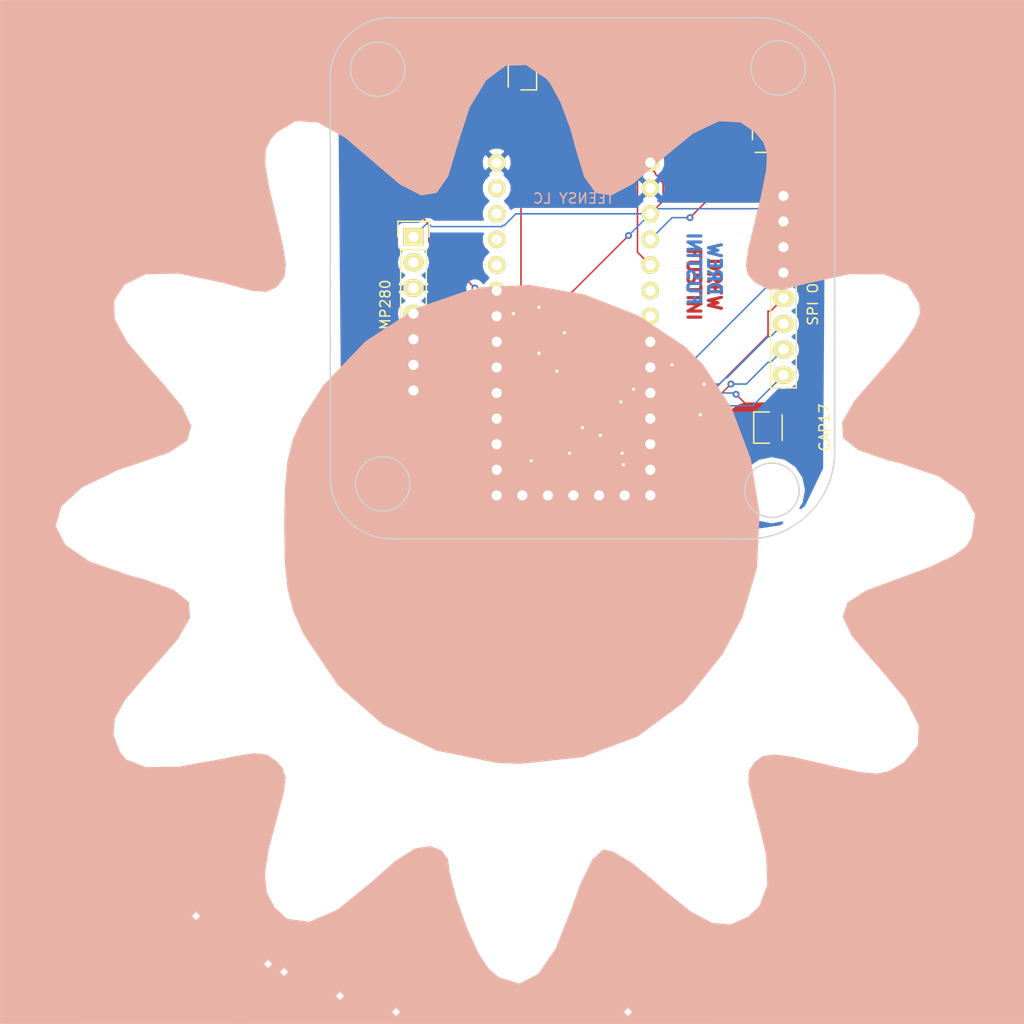
<source format=kicad_pcb>
(kicad_pcb (version 4) (host pcbnew 4.0.2-1.fc23-product)

  (general
    (links 20)
    (no_connects 0)
    (area 78.663676 58.170559 178.510001 123.265001)
    (thickness 1.6)
    (drawings 46)
    (tracks 147)
    (zones 0)
    (modules 11)
    (nets 34)
  )

  (page A4)
  (title_block
    (company "This design uses a KiCad DIP template created by Jenner at Wickerbox Electronics")
    (comment 1 "Released under the CERN Open Hardware License v1.2")
  )

  (layers
    (0 F.Cu signal)
    (31 B.Cu signal)
    (34 B.Paste user hide)
    (35 F.Paste user hide)
    (36 B.SilkS user hide)
    (37 F.SilkS user)
    (38 B.Mask user)
    (39 F.Mask user)
    (44 Edge.Cuts user)
    (46 B.CrtYd user hide)
    (47 F.CrtYd user hide)
    (48 B.Fab user hide)
    (49 F.Fab user hide)
  )

  (setup
    (last_trace_width 0.254)
    (user_trace_width 0.1524)
    (user_trace_width 0.254)
    (user_trace_width 0.3302)
    (user_trace_width 0.508)
    (user_trace_width 0.762)
    (user_trace_width 1.27)
    (trace_clearance 0.254)
    (zone_clearance 0.508)
    (zone_45_only no)
    (trace_min 0.1524)
    (segment_width 0.15)
    (edge_width 0.15)
    (via_size 0.6858)
    (via_drill 0.3302)
    (via_min_size 0.6858)
    (via_min_drill 0.3302)
    (user_via 0.6858 0.3302)
    (user_via 0.762 0.4064)
    (user_via 0.8636 0.508)
    (uvia_size 0.6858)
    (uvia_drill 0.3302)
    (uvias_allowed no)
    (uvia_min_size 0)
    (uvia_min_drill 0)
    (pcb_text_width 0.1524)
    (pcb_text_size 0.762 0.762)
    (mod_edge_width 0.15)
    (mod_text_size 0.762 0.762)
    (mod_text_width 0.1524)
    (pad_size 1.7272 1.7272)
    (pad_drill 1.016)
    (pad_to_mask_clearance 0.0762)
    (solder_mask_min_width 0.1016)
    (aux_axis_origin 0 0)
    (visible_elements FFFFFF7F)
    (pcbplotparams
      (layerselection 0x010fc_80000001)
      (usegerberextensions true)
      (excludeedgelayer true)
      (linewidth 0.100000)
      (plotframeref false)
      (viasonmask false)
      (mode 1)
      (useauxorigin false)
      (hpglpennumber 1)
      (hpglpenspeed 20)
      (hpglpendiameter 15)
      (hpglpenoverlay 2)
      (psnegative false)
      (psa4output false)
      (plotreference true)
      (plotvalue true)
      (plotinvisibletext false)
      (padsonsilk false)
      (subtractmaskfromsilk false)
      (outputformat 1)
      (mirror false)
      (drillshape 0)
      (scaleselection 1)
      (outputdirectory test-board-gerbers))
  )

  (net 0 "")
  (net 1 GND)
  (net 2 /D15)
  (net 3 /D0)
  (net 4 /D1)
  (net 5 /D2)
  (net 6 /D3)
  (net 7 /D4)
  (net 8 /D5)
  (net 9 /D6)
  (net 10 /D7)
  (net 11 /D8)
  (net 12 OLED_DATA)
  (net 13 OLED_CLK)
  (net 14 OLED_DC)
  (net 15 OLED_CS)
  (net 16 "/D17(VIN)")
  (net 17 VIN)
  (net 18 /PROG)
  (net 19 /DAC)
  (net 20 OLED_RST)
  (net 21 /D16)
  (net 22 BMP280_SDI)
  (net 23 /D17)
  (net 24 /D22)
  (net 25 /D21)
  (net 26 /D20)
  (net 27 BMP280_SCK)
  (net 28 /D23)
  (net 29 "Net-(J1-Pad14)")
  (net 30 "Net-(J6-Pad2)")
  (net 31 "Net-(J6-Pad5)")
  (net 32 "Net-(J6-Pad7)")
  (net 33 "Net-(J7-Pad3)")

  (net_class Default "This is the default net class."
    (clearance 0.254)
    (trace_width 0.254)
    (via_dia 0.6858)
    (via_drill 0.3302)
    (uvia_dia 0.6858)
    (uvia_drill 0.3302)
    (add_net /D0)
    (add_net /D1)
    (add_net /D15)
    (add_net /D16)
    (add_net /D17)
    (add_net "/D17(VIN)")
    (add_net /D2)
    (add_net /D20)
    (add_net /D21)
    (add_net /D22)
    (add_net /D23)
    (add_net /D3)
    (add_net /D4)
    (add_net /D5)
    (add_net /D6)
    (add_net /D7)
    (add_net /D8)
    (add_net /DAC)
    (add_net /PROG)
    (add_net BMP280_SCK)
    (add_net BMP280_SDI)
    (add_net GND)
    (add_net "Net-(J1-Pad14)")
    (add_net "Net-(J6-Pad2)")
    (add_net "Net-(J6-Pad5)")
    (add_net "Net-(J6-Pad7)")
    (add_net "Net-(J7-Pad3)")
    (add_net OLED_CLK)
    (add_net OLED_CS)
    (add_net OLED_DATA)
    (add_net OLED_DC)
    (add_net OLED_RST)
    (add_net VIN)
  )

  (module TEENSY-LC (layer F.Cu) (tedit 578EAE47) (tstamp 57379F2D)
    (at 105.41 82.804)
    (path /5749FE2C)
    (fp_text reference J1 (at -7.62 20.066 270) (layer F.SilkS)
      (effects (font (size 1 1) (thickness 0.15)))
    )
    (fp_text value TEENSY-LC (at -2.54 20.32 180) (layer F.Fab)
      (effects (font (size 1 1) (thickness 0.15)))
    )
    (fp_text user "TEENSY LC" (at -2.54 -6.604 180) (layer B.SilkS)
      (effects (font (size 1 1) (thickness 0.15)) (justify mirror))
    )
    (fp_line (start -11.43 24.13) (end 6.35 24.13) (layer F.CrtYd) (width 0.1524))
    (fp_line (start -11.43 -11.43) (end -11.43 24.13) (layer F.CrtYd) (width 0.1524))
    (fp_line (start 6.35 -11.43) (end -11.43 -11.43) (layer F.CrtYd) (width 0.1524))
    (fp_line (start 6.35 24.13) (end 6.35 -11.43) (layer F.CrtYd) (width 0.1524))
    (pad G1 thru_hole circle (at -10.16 -10.16) (size 1.7272 1.7272) (drill 1.016) (layers *.Cu *.Mask F.SilkS)
      (net 1 GND))
    (pad 0 thru_hole circle (at -10.16 -7.62) (size 1.7272 1.7272) (drill 1.016) (layers *.Cu *.Mask F.SilkS)
      (net 3 /D0))
    (pad 1 thru_hole circle (at -10.16 -5.08) (size 1.7272 1.7272) (drill 1.016) (layers *.Cu *.Mask F.SilkS)
      (net 4 /D1))
    (pad 2 thru_hole circle (at -10.16 -2.54) (size 1.7272 1.7272) (drill 1.016) (layers *.Cu *.Mask F.SilkS)
      (net 5 /D2))
    (pad 3 thru_hole circle (at -10.16 0) (size 1.7272 1.7272) (drill 1.016) (layers *.Cu *.Mask F.SilkS)
      (net 6 /D3))
    (pad 4 thru_hole circle (at -10.16 2.54) (size 1.7272 1.7272) (drill 1.016) (layers *.Cu *.Mask F.SilkS)
      (net 7 /D4))
    (pad 5 thru_hole circle (at -10.16 5.08) (size 1.7272 1.7272) (drill 1.016) (layers *.Cu *.Mask F.SilkS)
      (net 8 /D5))
    (pad 6 thru_hole circle (at -10.16 7.62) (size 1.7272 1.7272) (drill 1.016) (layers *.Cu *.Mask F.SilkS)
      (net 9 /D6))
    (pad 7 thru_hole circle (at -10.16 10.16) (size 1.7272 1.7272) (drill 1.016) (layers *.Cu *.Mask F.SilkS)
      (net 10 /D7))
    (pad 8 thru_hole circle (at -10.16 12.7) (size 1.7272 1.7272) (drill 1.016) (layers *.Cu *.Mask F.SilkS)
      (net 11 /D8))
    (pad 9 thru_hole circle (at -10.16 15.24) (size 1.7272 1.7272) (drill 1.016) (layers *.Cu *.Mask F.SilkS)
      (net 12 OLED_DATA))
    (pad 10 thru_hole circle (at -10.16 17.78) (size 1.7272 1.7272) (drill 1.016) (layers *.Cu *.Mask F.SilkS)
      (net 13 OLED_CLK))
    (pad 11 thru_hole circle (at -10.16 20.32) (size 1.7272 1.7272) (drill 1.016) (layers *.Cu *.Mask F.SilkS)
      (net 14 OLED_DC))
    (pad 12 thru_hole circle (at -10.16 22.86) (size 1.7272 1.7272) (drill 1.016) (layers *.Cu *.Mask F.SilkS)
      (net 15 OLED_CS))
    (pad 17A thru_hole circle (at -7.62 22.86) (size 1.7272 1.7272) (drill 1.016) (layers *.Cu *.Mask)
      (net 16 "/D17(VIN)"))
    (pad 3V1 thru_hole circle (at -5.08 22.86) (size 1.7272 1.7272) (drill 1.016) (layers *.Cu *.Mask F.SilkS)
      (net 17 VIN))
    (pad G2 thru_hole circle (at -2.54 22.86) (size 1.7272 1.7272) (drill 1.016) (layers *.Cu *.Mask F.SilkS)
      (net 1 GND))
    (pad PGM thru_hole circle (at 0 22.86) (size 1.7272 1.7272) (drill 1.016) (layers *.Cu *.Mask F.SilkS)
      (net 18 /PROG))
    (pad DAC thru_hole circle (at 2.54 22.86) (size 1.7272 1.7272) (drill 1.016) (layers *.Cu *.Mask F.SilkS)
      (net 19 /DAC))
    (pad 13 thru_hole circle (at 5.08 22.86) (size 1.7272 1.7272) (drill 1.016) (layers *.Cu *.Mask F.SilkS)
      (net 20 OLED_RST))
    (pad 16 thru_hole circle (at 5.08 15.24) (size 1.7272 1.7272) (drill 1.016) (layers *.Cu *.Mask F.SilkS)
      (net 21 /D16))
    (pad 3V2 thru_hole circle (at 5.08 -5.08) (size 1.7272 1.7272) (drill 1.016) (layers *.Cu *.Mask F.SilkS)
      (net 17 VIN))
    (pad 18 thru_hole circle (at 5.08 10.16) (size 1.7272 1.7272) (drill 1.016) (layers *.Cu *.Mask F.SilkS)
      (net 22 BMP280_SDI))
    (pad 17 thru_hole circle (at 5.08 12.7) (size 1.7272 1.7272) (drill 1.016) (layers *.Cu *.Mask F.SilkS)
      (net 23 /D17))
    (pad G3 thru_hole circle (at 5.08 -7.62) (size 1.7272 1.7272) (drill 1.016) (layers *.Cu *.Mask F.SilkS)
      (net 1 GND))
    (pad 22 thru_hole circle (at 5.08 0) (size 1.7272 1.7272) (drill 1.016) (layers *.Cu *.Mask F.SilkS)
      (net 24 /D22))
    (pad VIN thru_hole circle (at 5.08 -10.16) (size 1.7272 1.7272) (drill 1.016) (layers *.Cu *.Mask F.SilkS)
      (net 17 VIN))
    (pad 21 thru_hole circle (at 5.08 2.54) (size 1.7272 1.7272) (drill 1.016) (layers *.Cu *.Mask F.SilkS)
      (net 25 /D21))
    (pad 20 thru_hole circle (at 5.08 5.08) (size 1.7272 1.7272) (drill 1.016) (layers *.Cu *.Mask F.SilkS)
      (net 26 /D20))
    (pad 19 thru_hole circle (at 5.08 7.62) (size 1.7272 1.7272) (drill 1.016) (layers *.Cu *.Mask F.SilkS)
      (net 27 BMP280_SCK))
    (pad 23 thru_hole circle (at 5.08 -2.54) (size 1.7272 1.7272) (drill 1.016) (layers *.Cu *.Mask F.SilkS)
      (net 28 /D23))
    (pad 14 thru_hole circle (at 5.08 20.32) (size 1.7272 1.7272) (drill 1.016) (layers *.Cu *.Mask F.SilkS)
      (net 29 "Net-(J1-Pad14)"))
    (pad 15 thru_hole circle (at 5.08 17.78) (size 1.7272 1.7272) (drill 1.016) (layers *.Cu *.Mask F.SilkS)
      (net 2 /D15))
  )

  (module Wickerlib:CAPSENSE_CIRCLE_D10 (layer F.Cu) (tedit 578EA6B6) (tstamp 578E9A29)
    (at 86.487 71.882)
    (path /578E86B3)
    (fp_text reference CAP15 (at 0 -0.508) (layer F.SilkS)
      (effects (font (size 1 1) (thickness 0.15)))
    )
    (fp_text value CAP15 (at 0.025 7.325) (layer F.Fab)
      (effects (font (size 1 1) (thickness 0.15)))
    )
    (pad 1 smd circle (at 0 0) (size 10.16 10.16) (layers F.Cu)
      (net 2 /D15) (clearance 0.508))
  )

  (module Wickerlib:Pin_Header_Straight_1x01 (layer F.Cu) (tedit 578EAD86) (tstamp 578E9AF0)
    (at 122.174 70.358)
    (descr "Through hole pin header")
    (tags "pin header")
    (path /578EB682)
    (fp_text reference CAP23 (at 5.461 -0.254 90) (layer F.SilkS)
      (effects (font (size 1 1) (thickness 0.15)))
    )
    (fp_text value CAP23 (at 0 -3.1) (layer F.Fab)
      (effects (font (size 1 1) (thickness 0.15)))
    )
    (fp_line (start 1.55 -1.55) (end 1.55 0) (layer F.SilkS) (width 0.15))
    (fp_line (start -1.75 -1.75) (end -1.75 1.75) (layer F.CrtYd) (width 0.05))
    (fp_line (start 1.75 -1.75) (end 1.75 1.75) (layer F.CrtYd) (width 0.05))
    (fp_line (start -1.75 -1.75) (end 1.75 -1.75) (layer F.CrtYd) (width 0.05))
    (fp_line (start -1.75 1.75) (end 1.75 1.75) (layer F.CrtYd) (width 0.05))
    (fp_line (start -1.55 0) (end -1.55 -1.55) (layer F.SilkS) (width 0.15))
    (fp_line (start -1.55 -1.55) (end 1.55 -1.55) (layer F.SilkS) (width 0.15))
    (fp_line (start -1.27 1.27) (end 1.27 1.27) (layer F.SilkS) (width 0.15))
    (pad 1 smd oval (at 0 0) (size 9 5) (layers F.Cu F.Paste F.Mask)
      (net 28 /D23))
    (model Pin_Headers.3dshapes/Pin_Header_Straight_1x01.wrl
      (at (xyz 0 0 0))
      (scale (xyz 1 1 1))
      (rotate (xyz 0 0 90))
    )
  )

  (module Wickerlib:Pin_Header_Straight_1x01 (layer F.Cu) (tedit 578EA7DD) (tstamp 578E9AF5)
    (at 110.617 63.881)
    (descr "Through hole pin header")
    (tags "pin header")
    (path /578EB60C)
    (fp_text reference CAP22 (at -0.127 -2.286) (layer F.SilkS)
      (effects (font (size 1 1) (thickness 0.15)))
    )
    (fp_text value CAP22 (at 0 -3.1) (layer F.Fab)
      (effects (font (size 1 1) (thickness 0.15)))
    )
    (fp_line (start 1.55 -1.55) (end 1.55 0) (layer F.SilkS) (width 0.15))
    (fp_line (start -1.75 -1.75) (end -1.75 1.75) (layer F.CrtYd) (width 0.05))
    (fp_line (start 1.75 -1.75) (end 1.75 1.75) (layer F.CrtYd) (width 0.05))
    (fp_line (start -1.75 -1.75) (end 1.75 -1.75) (layer F.CrtYd) (width 0.05))
    (fp_line (start -1.75 1.75) (end 1.75 1.75) (layer F.CrtYd) (width 0.05))
    (fp_line (start -1.55 0) (end -1.55 -1.55) (layer F.SilkS) (width 0.15))
    (fp_line (start -1.55 -1.55) (end 1.55 -1.55) (layer F.SilkS) (width 0.15))
    (fp_line (start -1.27 1.27) (end 1.27 1.27) (layer F.SilkS) (width 0.15))
    (pad 1 smd rect (at 0 0) (size 8 6) (layers F.Cu)
      (net 24 /D22))
    (model Pin_Headers.3dshapes/Pin_Header_Straight_1x01.wrl
      (at (xyz 0 0 0))
      (scale (xyz 1 1 1))
      (rotate (xyz 0 0 90))
    )
  )

  (module Wickerlib:Pin_Header_Straight_1x01 (layer F.Cu) (tedit 578EAD76) (tstamp 578E9AFA)
    (at 122.301 98.933 90)
    (descr "Through hole pin header")
    (tags "pin header")
    (path /578EB32F)
    (fp_text reference CAP17 (at 0 5.461 270) (layer F.SilkS)
      (effects (font (size 1 1) (thickness 0.15)))
    )
    (fp_text value CAP17 (at 0 -3.1 90) (layer F.Fab)
      (effects (font (size 1 1) (thickness 0.15)))
    )
    (fp_line (start 1.55 -1.55) (end 1.55 0) (layer F.SilkS) (width 0.15))
    (fp_line (start -1.75 -1.75) (end -1.75 1.75) (layer F.CrtYd) (width 0.05))
    (fp_line (start 1.75 -1.75) (end 1.75 1.75) (layer F.CrtYd) (width 0.05))
    (fp_line (start -1.75 -1.75) (end 1.75 -1.75) (layer F.CrtYd) (width 0.05))
    (fp_line (start -1.75 1.75) (end 1.75 1.75) (layer F.CrtYd) (width 0.05))
    (fp_line (start -1.55 0) (end -1.55 -1.55) (layer F.SilkS) (width 0.15))
    (fp_line (start -1.55 -1.55) (end 1.55 -1.55) (layer F.SilkS) (width 0.15))
    (fp_line (start -1.27 1.27) (end 1.27 1.27) (layer F.SilkS) (width 0.15))
    (pad 1 smd oval (at 0 0 90) (size 5 9) (layers F.Cu F.Paste F.Mask)
      (net 23 /D17))
    (model Pin_Headers.3dshapes/Pin_Header_Straight_1x01.wrl
      (at (xyz 0 0 0))
      (scale (xyz 1 1 1))
      (rotate (xyz 0 0 90))
    )
  )

  (module Wickerlib:Pin_Header_Straight_1x01 (layer F.Cu) (tedit 578EA91A) (tstamp 578E9AFF)
    (at 97.663 63.881 270)
    (descr "Through hole pin header")
    (tags "pin header")
    (path /578E9189)
    (fp_text reference CAP16 (at -2.286 0.254 360) (layer F.SilkS)
      (effects (font (size 1 1) (thickness 0.15)))
    )
    (fp_text value CAP16 (at 0 -3.1 270) (layer F.Fab)
      (effects (font (size 1 1) (thickness 0.15)))
    )
    (fp_line (start 1.55 -1.55) (end 1.55 0) (layer F.SilkS) (width 0.15))
    (fp_line (start -1.75 -1.75) (end -1.75 1.75) (layer F.CrtYd) (width 0.05))
    (fp_line (start 1.75 -1.75) (end 1.75 1.75) (layer F.CrtYd) (width 0.05))
    (fp_line (start -1.75 -1.75) (end 1.75 -1.75) (layer F.CrtYd) (width 0.05))
    (fp_line (start -1.75 1.75) (end 1.75 1.75) (layer F.CrtYd) (width 0.05))
    (fp_line (start -1.55 0) (end -1.55 -1.55) (layer F.SilkS) (width 0.15))
    (fp_line (start -1.55 -1.55) (end 1.55 -1.55) (layer F.SilkS) (width 0.15))
    (fp_line (start -1.27 1.27) (end 1.27 1.27) (layer F.SilkS) (width 0.15))
    (pad 1 smd trapezoid (at 0 0 270) (size 6 5) (rect_delta 4 0 ) (layers F.Cu)
      (net 21 /D16))
    (model Pin_Headers.3dshapes/Pin_Header_Straight_1x01.wrl
      (at (xyz 0 0 0))
      (scale (xyz 1 1 1))
      (rotate (xyz 0 0 90))
    )
  )

  (module Wickerlib:Pin_Header_Straight_1x07 (layer F.Cu) (tedit 578EA606) (tstamp 578E9B0A)
    (at 86.995 80.01)
    (descr "Through hole pin header")
    (tags "pin header")
    (path /578E9735)
    (fp_text reference BMP280 (at -2.794 7.239 270) (layer F.SilkS)
      (effects (font (size 1 1) (thickness 0.15)))
    )
    (fp_text value I2C_BMP280 (at 0 -3.1) (layer F.Fab)
      (effects (font (size 1 1) (thickness 0.15)))
    )
    (fp_line (start -1.75 -1.75) (end -1.75 17) (layer F.CrtYd) (width 0.05))
    (fp_line (start 1.75 -1.75) (end 1.75 17) (layer F.CrtYd) (width 0.05))
    (fp_line (start -1.75 -1.75) (end 1.75 -1.75) (layer F.CrtYd) (width 0.05))
    (fp_line (start -1.75 17) (end 1.75 17) (layer F.CrtYd) (width 0.05))
    (fp_line (start 1.27 1.27) (end 1.27 16.51) (layer F.SilkS) (width 0.15))
    (fp_line (start 1.27 16.51) (end -1.27 16.51) (layer F.SilkS) (width 0.15))
    (fp_line (start -1.27 16.51) (end -1.27 1.27) (layer F.SilkS) (width 0.15))
    (fp_line (start 1.55 -1.55) (end 1.55 0) (layer F.SilkS) (width 0.15))
    (fp_line (start 1.27 1.27) (end -1.27 1.27) (layer F.SilkS) (width 0.15))
    (fp_line (start -1.55 0) (end -1.55 -1.55) (layer F.SilkS) (width 0.15))
    (fp_line (start -1.55 -1.55) (end 1.55 -1.55) (layer F.SilkS) (width 0.15))
    (pad 1 thru_hole rect (at 0 0) (size 2.032 1.7272) (drill 1.016) (layers *.Cu *.Mask F.SilkS)
      (net 17 VIN))
    (pad 2 thru_hole oval (at 0 2.54) (size 2.032 1.7272) (drill 1.016) (layers *.Cu *.Mask F.SilkS)
      (net 30 "Net-(J6-Pad2)"))
    (pad 3 thru_hole oval (at 0 5.08) (size 2.032 1.7272) (drill 1.016) (layers *.Cu *.Mask F.SilkS)
      (net 1 GND))
    (pad 4 thru_hole oval (at 0 7.62) (size 2.032 1.7272) (drill 1.016) (layers *.Cu *.Mask F.SilkS)
      (net 27 BMP280_SCK))
    (pad 5 thru_hole oval (at 0 10.16) (size 2.032 1.7272) (drill 1.016) (layers *.Cu *.Mask F.SilkS)
      (net 31 "Net-(J6-Pad5)"))
    (pad 6 thru_hole oval (at 0 12.7) (size 2.032 1.7272) (drill 1.016) (layers *.Cu *.Mask F.SilkS)
      (net 22 BMP280_SDI))
    (pad 7 thru_hole oval (at 0 15.24) (size 2.032 1.7272) (drill 1.016) (layers *.Cu *.Mask F.SilkS)
      (net 32 "Net-(J6-Pad7)"))
    (model Pin_Headers.3dshapes/Pin_Header_Straight_1x07.wrl
      (at (xyz 0 -0.3 0))
      (scale (xyz 1 1 1))
      (rotate (xyz 0 0 90))
    )
  )

  (module Wickerlib:Pin_Header_Straight_1x08 (layer F.Cu) (tedit 578EA602) (tstamp 578E9B16)
    (at 123.698 75.946)
    (descr "Through hole pin header")
    (tags "pin header")
    (path /578EA8DF)
    (fp_text reference "SPI OLED" (at 2.921 9.398 90) (layer F.SilkS)
      (effects (font (size 1 1) (thickness 0.15)))
    )
    (fp_text value SPI_OLED_128x64 (at 0 -3.1) (layer F.Fab)
      (effects (font (size 1 1) (thickness 0.15)))
    )
    (fp_line (start -1.75 -1.75) (end -1.75 19.55) (layer F.CrtYd) (width 0.05))
    (fp_line (start 1.75 -1.75) (end 1.75 19.55) (layer F.CrtYd) (width 0.05))
    (fp_line (start -1.75 -1.75) (end 1.75 -1.75) (layer F.CrtYd) (width 0.05))
    (fp_line (start -1.75 19.55) (end 1.75 19.55) (layer F.CrtYd) (width 0.05))
    (fp_line (start 1.27 1.27) (end 1.27 19.05) (layer F.SilkS) (width 0.15))
    (fp_line (start 1.27 19.05) (end -1.27 19.05) (layer F.SilkS) (width 0.15))
    (fp_line (start -1.27 19.05) (end -1.27 1.27) (layer F.SilkS) (width 0.15))
    (fp_line (start 1.55 -1.55) (end 1.55 0) (layer F.SilkS) (width 0.15))
    (fp_line (start 1.27 1.27) (end -1.27 1.27) (layer F.SilkS) (width 0.15))
    (fp_line (start -1.55 0) (end -1.55 -1.55) (layer F.SilkS) (width 0.15))
    (fp_line (start -1.55 -1.55) (end 1.55 -1.55) (layer F.SilkS) (width 0.15))
    (pad 1 thru_hole rect (at 0 0) (size 2.032 1.7272) (drill 1.016) (layers *.Cu *.Mask F.SilkS)
      (net 1 GND))
    (pad 2 thru_hole oval (at 0 2.54) (size 2.032 1.7272) (drill 1.016) (layers *.Cu *.Mask F.SilkS)
      (net 17 VIN))
    (pad 3 thru_hole oval (at 0 5.08) (size 2.032 1.7272) (drill 1.016) (layers *.Cu *.Mask F.SilkS)
      (net 33 "Net-(J7-Pad3)"))
    (pad 4 thru_hole oval (at 0 7.62) (size 2.032 1.7272) (drill 1.016) (layers *.Cu *.Mask F.SilkS)
      (net 15 OLED_CS))
    (pad 5 thru_hole oval (at 0 10.16) (size 2.032 1.7272) (drill 1.016) (layers *.Cu *.Mask F.SilkS)
      (net 20 OLED_RST))
    (pad 6 thru_hole oval (at 0 12.7) (size 2.032 1.7272) (drill 1.016) (layers *.Cu *.Mask F.SilkS)
      (net 14 OLED_DC))
    (pad 7 thru_hole oval (at 0 15.24) (size 2.032 1.7272) (drill 1.016) (layers *.Cu *.Mask F.SilkS)
      (net 13 OLED_CLK))
    (pad 8 thru_hole oval (at 0 17.78) (size 2.032 1.7272) (drill 1.016) (layers *.Cu *.Mask F.SilkS)
      (net 12 OLED_DATA))
    (model Pin_Headers.3dshapes/Pin_Header_Straight_1x08.wrl
      (at (xyz 0 -0.35 0))
      (scale (xyz 1 1 1))
      (rotate (xyz 0 0 90))
    )
  )

  (module CHIP-DIPs:Symbol_OSHW-Logo_SilkScreen (layer F.Cu) (tedit 572EAEC9) (tstamp 578EC98F)
    (at 115.316 103.378 270)
    (descr "Symbol, OSHW-Logo, Silk Screen,")
    (tags "Symbol, OSHW-Logo, Silk Screen,")
    (fp_text reference REF** (at 0.09906 -4.38912 270) (layer F.SilkS) hide
      (effects (font (size 1 1) (thickness 0.15)))
    )
    (fp_text value Symbol_OSHW-Logo_SilkScreen (at 0.30988 6.56082 270) (layer F.Fab) hide
      (effects (font (size 1 1) (thickness 0.15)))
    )
    (fp_line (start -1.78054 0.92964) (end -2.03962 1.49098) (layer F.SilkS) (width 0.15))
    (fp_line (start -2.03962 1.49098) (end -1.50114 2.00914) (layer F.SilkS) (width 0.15))
    (fp_line (start -1.50114 2.00914) (end -0.98044 1.7399) (layer F.SilkS) (width 0.15))
    (fp_line (start -0.98044 1.7399) (end -0.70104 1.89992) (layer F.SilkS) (width 0.15))
    (fp_line (start 0.73914 1.8796) (end 1.06934 1.6891) (layer F.SilkS) (width 0.15))
    (fp_line (start 1.06934 1.6891) (end 1.50876 2.0193) (layer F.SilkS) (width 0.15))
    (fp_line (start 1.50876 2.0193) (end 1.9812 1.52908) (layer F.SilkS) (width 0.15))
    (fp_line (start 1.9812 1.52908) (end 1.69926 1.04902) (layer F.SilkS) (width 0.15))
    (fp_line (start 1.69926 1.04902) (end 1.88976 0.57912) (layer F.SilkS) (width 0.15))
    (fp_line (start 1.88976 0.57912) (end 2.49936 0.39116) (layer F.SilkS) (width 0.15))
    (fp_line (start 2.49936 0.39116) (end 2.49936 -0.28956) (layer F.SilkS) (width 0.15))
    (fp_line (start 2.49936 -0.28956) (end 1.94056 -0.42926) (layer F.SilkS) (width 0.15))
    (fp_line (start 1.94056 -0.42926) (end 1.7399 -1.00076) (layer F.SilkS) (width 0.15))
    (fp_line (start 1.7399 -1.00076) (end 2.00914 -1.47066) (layer F.SilkS) (width 0.15))
    (fp_line (start 2.00914 -1.47066) (end 1.53924 -1.9812) (layer F.SilkS) (width 0.15))
    (fp_line (start 1.53924 -1.9812) (end 1.02108 -1.71958) (layer F.SilkS) (width 0.15))
    (fp_line (start 1.02108 -1.71958) (end 0.55118 -1.92024) (layer F.SilkS) (width 0.15))
    (fp_line (start 0.55118 -1.92024) (end 0.381 -2.46126) (layer F.SilkS) (width 0.15))
    (fp_line (start 0.381 -2.46126) (end -0.30988 -2.47904) (layer F.SilkS) (width 0.15))
    (fp_line (start -0.30988 -2.47904) (end -0.5207 -1.9304) (layer F.SilkS) (width 0.15))
    (fp_line (start -0.5207 -1.9304) (end -0.9398 -1.76022) (layer F.SilkS) (width 0.15))
    (fp_line (start -0.9398 -1.76022) (end -1.49098 -2.02946) (layer F.SilkS) (width 0.15))
    (fp_line (start -1.49098 -2.02946) (end -2.00914 -1.50114) (layer F.SilkS) (width 0.15))
    (fp_line (start -2.00914 -1.50114) (end -1.76022 -0.96012) (layer F.SilkS) (width 0.15))
    (fp_line (start -1.76022 -0.96012) (end -1.9304 -0.48006) (layer F.SilkS) (width 0.15))
    (fp_line (start -1.9304 -0.48006) (end -2.47904 -0.381) (layer F.SilkS) (width 0.15))
    (fp_line (start -2.47904 -0.381) (end -2.4892 0.32004) (layer F.SilkS) (width 0.15))
    (fp_line (start -2.4892 0.32004) (end -1.9304 0.5207) (layer F.SilkS) (width 0.15))
    (fp_line (start -1.9304 0.5207) (end -1.7907 0.91948) (layer F.SilkS) (width 0.15))
    (fp_line (start 0.35052 0.89916) (end 0.65024 0.7493) (layer F.SilkS) (width 0.15))
    (fp_line (start 0.65024 0.7493) (end 0.8509 0.55118) (layer F.SilkS) (width 0.15))
    (fp_line (start 0.8509 0.55118) (end 1.00076 0.14986) (layer F.SilkS) (width 0.15))
    (fp_line (start 1.00076 0.14986) (end 1.00076 -0.24892) (layer F.SilkS) (width 0.15))
    (fp_line (start 1.00076 -0.24892) (end 0.8509 -0.59944) (layer F.SilkS) (width 0.15))
    (fp_line (start 0.8509 -0.59944) (end 0.39878 -0.94996) (layer F.SilkS) (width 0.15))
    (fp_line (start 0.39878 -0.94996) (end -0.0508 -1.00076) (layer F.SilkS) (width 0.15))
    (fp_line (start -0.0508 -1.00076) (end -0.44958 -0.89916) (layer F.SilkS) (width 0.15))
    (fp_line (start -0.44958 -0.89916) (end -0.8509 -0.55118) (layer F.SilkS) (width 0.15))
    (fp_line (start -0.8509 -0.55118) (end -1.00076 -0.09906) (layer F.SilkS) (width 0.15))
    (fp_line (start -1.00076 -0.09906) (end -0.94996 0.39878) (layer F.SilkS) (width 0.15))
    (fp_line (start -0.94996 0.39878) (end -0.70104 0.70104) (layer F.SilkS) (width 0.15))
    (fp_line (start -0.70104 0.70104) (end -0.35052 0.89916) (layer F.SilkS) (width 0.15))
    (fp_line (start -0.35052 0.89916) (end -0.70104 1.89992) (layer F.SilkS) (width 0.15))
    (fp_line (start 0.35052 0.89916) (end 0.7493 1.89992) (layer F.SilkS) (width 0.15))
  )

  (module teensy-big-oled:oshpark-silk-25dpi (layer B.Cu) (tedit 0) (tstamp 578ECDCA)
    (at 96.774 107.315)
    (fp_text reference G*** (at 0 0) (layer B.SilkS) hide
      (effects (font (thickness 0.3)) (justify mirror))
    )
    (fp_text value LOGO (at 0.75 0) (layer B.SilkS) hide
      (effects (font (thickness 0.3)) (justify mirror))
    )
    (fp_poly (pts (xy 50.8 -50.8) (xy -50.8 -50.8) (xy -50.8 1.365784) (xy -45.279963 1.365784)
      (xy -44.709495 -0.569787) (xy -42.639755 -2.454424) (xy -39.078586 -4.170134) (xy -37.17948 -4.800253)
      (xy -34.015978 -5.908967) (xy -32.242599 -7.075403) (xy -31.824569 -8.517751) (xy -32.727109 -10.454201)
      (xy -34.915442 -13.102943) (xy -35.71875 -13.964853) (xy -38.206947 -16.890364) (xy -39.43283 -19.16623)
      (xy -39.464766 -21.008507) (xy -38.440179 -22.565178) (xy -36.316314 -23.593917) (xy -33.039793 -23.656139)
      (xy -28.717628 -22.751446) (xy -28.216638 -22.603118) (xy -25.802803 -21.947497) (xy -24.376506 -21.842358)
      (xy -23.438122 -22.282753) (xy -23.144428 -22.552894) (xy -22.573999 -23.368412) (xy -22.432291 -24.530345)
      (xy -22.729845 -26.455587) (xy -23.304352 -28.877749) (xy -24.114863 -32.270552) (xy -24.49096 -34.506203)
      (xy -24.43494 -35.953798) (xy -23.949102 -36.982435) (xy -23.358929 -37.646428) (xy -21.459387 -38.792124)
      (xy -19.236276 -38.633236) (xy -16.549225 -37.129448) (xy -14.000036 -34.958273) (xy -11.145779 -32.51964)
      (xy -9.025029 -31.416042) (xy -7.474487 -31.672594) (xy -6.330852 -33.31441) (xy -5.451655 -36.272962)
      (xy -4.210826 -40.138462) (xy -2.560662 -42.839195) (xy -0.645418 -44.277098) (xy 1.39065 -44.354108)
      (xy 3.403288 -42.972161) (xy 3.768086 -42.540443) (xy 4.798633 -40.671162) (xy 5.78991 -37.980851)
      (xy 6.245404 -36.272962) (xy 7.149529 -33.256313) (xy 8.301341 -31.649415) (xy 9.864142 -31.427154)
      (xy 12.00123 -32.564415) (xy 14.793785 -34.958273) (xy 17.947723 -37.55548) (xy 20.526584 -38.775863)
      (xy 22.670739 -38.659742) (xy 24.152678 -37.646428) (xy 24.937215 -36.689555) (xy 25.292042 -35.569677)
      (xy 25.215113 -33.916773) (xy 24.704381 -31.360827) (xy 24.104308 -28.902459) (xy 23.441081 -26.133168)
      (xy 23.200281 -24.480186) (xy 23.393011 -23.526533) (xy 24.030372 -22.855231) (xy 24.270095 -22.675629)
      (xy 25.453926 -22.080288) (xy 26.943615 -22.085986) (xy 29.317949 -22.695637) (xy 29.336098 -22.701143)
      (xy 33.584045 -23.621167) (xy 36.925426 -23.575572) (xy 39.232449 -22.598319) (xy 40.37732 -20.723365)
      (xy 40.48125 -19.739539) (xy 39.959417 -18.407877) (xy 38.58674 -16.392352) (xy 36.652453 -14.113809)
      (xy 36.5125 -13.964853) (xy 33.970719 -11.046502) (xy 32.739378 -8.893938) (xy 32.862211 -7.31607)
      (xy 34.382953 -6.121806) (xy 37.34534 -5.120056) (xy 38.608184 -4.80818) (xy 42.331875 -3.531196)
      (xy 44.806914 -1.806871) (xy 45.933868 0.237801) (xy 45.613305 2.475827) (xy 45.045312 3.413189)
      (xy 43.826977 4.307403) (xy 41.555402 5.403198) (xy 38.705882 6.473498) (xy 38.497473 6.541461)
      (xy 35.154242 7.767947) (xy 33.276664 8.968293) (xy 32.808291 10.388308) (xy 33.692674 12.273805)
      (xy 35.873365 14.870593) (xy 36.444666 15.48063) (xy 39.069673 18.623577) (xy 40.334747 21.133093)
      (xy 40.268922 23.144454) (xy 38.901234 24.792941) (xy 38.503302 25.071905) (xy 37.350762 25.715999)
      (xy 36.162204 25.958816) (xy 34.481225 25.795325) (xy 31.851422 25.220496) (xy 30.894739 24.988052)
      (xy 27.89168 24.301946) (xy 26.019614 24.047255) (xy 24.885905 24.209641) (xy 24.131272 24.741049)
      (xy 23.51459 25.628367) (xy 23.442791 26.847799) (xy 23.921709 28.897099) (xy 24.190618 29.804138)
      (xy 25.201314 33.9483) (xy 25.326508 36.97165) (xy 24.550051 39.081678) (xy 23.383109 40.178671)
      (xy 21.677474 40.920974) (xy 19.887781 40.776819) (xy 17.740707 39.638811) (xy 14.962927 37.399556)
      (xy 13.930551 36.464559) (xy 11.836002 34.76637) (xy 10.014933 33.690654) (xy 9.059384 33.470325)
      (xy 7.989211 34.437443) (xy 6.779754 36.88845) (xy 5.943853 39.229645) (xy 4.319283 43.315651)
      (xy 2.591161 45.829676) (xy 0.741421 46.784937) (xy -1.248004 46.194651) (xy -2.337511 45.28749)
      (xy -3.369579 43.70783) (xy -4.507258 41.182364) (xy -5.526038 38.31808) (xy -6.201407 35.721967)
      (xy -6.35 34.439265) (xy -7.025065 33.551136) (xy -8.135938 33.14814) (xy -9.623123 33.380397)
      (xy -11.589645 34.619229) (xy -14.016052 36.764028) (xy -17.328826 39.451695) (xy -20.09134 40.652328)
      (xy -22.302398 40.365615) (xy -23.552161 39.238135) (xy -24.329115 37.766243) (xy -24.532653 35.982514)
      (xy -24.152834 33.484537) (xy -23.333679 30.39496) (xy -22.650344 27.85584) (xy -22.4666 26.345037)
      (xy -22.780116 25.384802) (xy -23.306246 24.772326) (xy -24.284093 24.076711) (xy -25.607718 23.922659)
      (xy -27.791383 24.280223) (xy -28.608124 24.463593) (xy -33.11371 25.273013) (xy -36.31582 25.304366)
      (xy -38.297442 24.552805) (xy -38.865823 23.864683) (xy -39.536768 22.120321) (xy -39.411977 20.481092)
      (xy -38.3583 18.595299) (xy -36.242582 16.111247) (xy -35.71875 15.552354) (xy -33.178772 12.642774)
      (xy -31.945467 10.499285) (xy -32.066588 8.920881) (xy -33.589888 7.706556) (xy -36.563122 6.655301)
      (xy -37.917286 6.298181) (xy -41.891702 4.917761) (xy -44.343313 3.234297) (xy -45.279963 1.365784)
      (xy -50.8 1.365784) (xy -50.8 40.084375) (xy -31.75 40.084375) (xy -31.353125 39.6875)
      (xy -30.95625 40.084375) (xy -31.353125 40.48125) (xy -31.75 40.084375) (xy -50.8 40.084375)
      (xy -50.8 44.846875) (xy -24.60625 44.846875) (xy -24.209375 44.45) (xy -23.8125 44.846875)
      (xy -24.209375 45.24375) (xy -24.60625 44.846875) (xy -50.8 44.846875) (xy -50.8 45.640625)
      (xy -23.01875 45.640625) (xy -22.621875 45.24375) (xy -22.225 45.640625) (xy -22.621875 46.0375)
      (xy -23.01875 45.640625) (xy -50.8 45.640625) (xy -50.8 48.021875) (xy -17.4625 48.021875)
      (xy -17.065625 47.625) (xy -16.66875 48.021875) (xy -17.065625 48.41875) (xy -17.4625 48.021875)
      (xy -50.8 48.021875) (xy -50.8 49.609375) (xy -11.90625 49.609375) (xy -11.509375 49.2125)
      (xy -11.1125 49.609375) (xy 11.1125 49.609375) (xy 11.509375 49.2125) (xy 11.90625 49.609375)
      (xy 11.509375 50.00625) (xy 11.1125 49.609375) (xy -11.1125 49.609375) (xy -11.509375 50.00625)
      (xy -11.90625 49.609375) (xy -50.8 49.609375) (xy -50.8 50.782586) (xy 50.8 50.793202)
      (xy 50.8 -50.8)) (layer B.SilkS) (width 0.01))
    (fp_poly (pts (xy 7.024081 24.314933) (xy 12.461068 22.269381) (xy 17.09037 18.859495) (xy 20.897646 14.09472)
      (xy 22.837123 10.468479) (xy 24.302139 5.529774) (xy 24.556737 0.147111) (xy 23.685835 -5.280715)
      (xy 21.77435 -10.354909) (xy 18.907199 -14.676677) (xy 17.102176 -16.464404) (xy 12.48369 -19.509991)
      (xy 7.195189 -21.580264) (xy 1.715228 -22.542756) (xy -3.477644 -22.265003) (xy -3.695902 -22.221426)
      (xy -9.406731 -20.257874) (xy -14.523472 -16.960848) (xy -18.745719 -12.556973) (xy -20.816938 -9.305481)
      (xy -21.73254 -7.26595) (xy -22.279835 -5.070748) (xy -22.543542 -2.223461) (xy -22.608253 1.190625)
      (xy -22.544793 4.949871) (xy -22.274936 7.654468) (xy -21.704998 9.833263) (xy -20.741294 12.015101)
      (xy -20.66362 12.168004) (xy -17.249912 17.219508) (xy -12.839492 21.073173) (xy -7.557834 23.654042)
      (xy -1.530406 24.887159) (xy 0.79375 24.986705) (xy 7.024081 24.314933)) (layer B.SilkS) (width 0.01))
  )

  (module teensy-big-oled:osh-park-logo-300dpi-normal-silk (layer F.Cu) (tedit 0) (tstamp 578ECF70)
    (at 84.074 104.648 90)
    (fp_text reference G*** (at 0 0 90) (layer F.SilkS) hide
      (effects (font (thickness 0.3)))
    )
    (fp_text value LOGO (at 0.75 0 90) (layer F.SilkS) hide
      (effects (font (thickness 0.3)))
    )
    (fp_poly (pts (xy 5.418667 5.418667) (xy -5.418666 5.418667) (xy -5.418666 -0.135446) (xy -4.811644 -0.135446)
      (xy -4.758089 0.083644) (xy -4.548395 0.288838) (xy -4.182755 0.46075) (xy -4.021666 0.508507)
      (xy -3.660479 0.620677) (xy -3.453471 0.742271) (xy -3.395926 0.895153) (xy -3.483128 1.101184)
      (xy -3.71036 1.382224) (xy -3.81 1.489585) (xy -4.019183 1.732901) (xy -4.170491 1.951115)
      (xy -4.233071 2.099338) (xy -4.233333 2.105551) (xy -4.164291 2.342962) (xy -3.9657 2.48533)
      (xy -3.650368 2.529314) (xy -3.231099 2.471574) (xy -3.034266 2.41837) (xy -2.790575 2.351854)
      (xy -2.648024 2.345492) (xy -2.547978 2.40336) (xy -2.497362 2.45567) (xy -2.420293 2.559141)
      (xy -2.397621 2.674409) (xy -2.428705 2.855113) (xy -2.489929 3.076248) (xy -2.586932 3.453707)
      (xy -2.616977 3.713386) (xy -2.58013 3.893008) (xy -2.491619 4.015619) (xy -2.277921 4.142551)
      (xy -2.029118 4.121663) (xy -1.734255 3.949825) (xy -1.484138 3.727775) (xy -1.186384 3.464034)
      (xy -0.962674 3.346225) (xy -0.797042 3.376846) (xy -0.673526 3.558398) (xy -0.58151 3.869116)
      (xy -0.449155 4.281436) (xy -0.273137 4.569514) (xy -0.068844 4.722891) (xy 0.148336 4.731105)
      (xy 0.363018 4.583697) (xy 0.401929 4.537647) (xy 0.511854 4.338258) (xy 0.617591 4.051291)
      (xy 0.666177 3.869116) (xy 0.764651 3.543331) (xy 0.890226 3.370827) (xy 1.058866 3.349106)
      (xy 1.286534 3.475666) (xy 1.568805 3.727775) (xy 1.831 3.967673) (xy 2.032708 4.098783)
      (xy 2.216499 4.146682) (xy 2.269311 4.148667) (xy 2.512329 4.100157) (xy 2.650103 3.94708)
      (xy 2.68635 3.678111) (xy 2.624789 3.281927) (xy 2.594039 3.159753) (xy 2.518527 2.859417)
      (xy 2.490608 2.674567) (xy 2.509501 2.558411) (xy 2.574425 2.464158) (xy 2.582272 2.455402)
      (xy 2.681275 2.36894) (xy 2.799179 2.348138) (xy 2.9945 2.389347) (xy 3.108209 2.422616)
      (xy 3.541668 2.520882) (xy 3.893218 2.535833) (xy 4.137843 2.468502) (xy 4.230355 2.376233)
      (xy 4.30162 2.191521) (xy 4.289095 2.01781) (xy 4.178548 1.817993) (xy 3.955753 1.554962)
      (xy 3.887431 1.481934) (xy 3.628669 1.186742) (xy 3.501108 0.967127) (xy 3.512635 0.801465)
      (xy 3.67113 0.668133) (xy 3.98448 0.545506) (xy 4.257835 0.465955) (xy 4.63233 0.322061)
      (xy 4.845119 0.136801) (xy 4.899805 -0.094497) (xy 4.842986 -0.292865) (xy 4.743119 -0.425028)
      (xy 4.554741 -0.538751) (xy 4.242271 -0.654124) (xy 4.15548 -0.681073) (xy 3.777727 -0.813275)
      (xy 3.56131 -0.945369) (xy 3.499802 -1.100266) (xy 3.586777 -1.300877) (xy 3.815808 -1.570111)
      (xy 3.885904 -1.642127) (xy 4.172867 -1.975498) (xy 4.309094 -2.247619) (xy 4.296959 -2.469568)
      (xy 4.138835 -2.652426) (xy 4.107019 -2.674336) (xy 3.984081 -2.74304) (xy 3.857302 -2.76894)
      (xy 3.677998 -2.751501) (xy 3.397485 -2.690186) (xy 3.295439 -2.665392) (xy 2.97341 -2.592159)
      (xy 2.772357 -2.565557) (xy 2.650966 -2.583881) (xy 2.577259 -2.635789) (xy 2.513399 -2.731274)
      (xy 2.508403 -2.866853) (xy 2.562989 -3.095362) (xy 2.584506 -3.168141) (xy 2.691704 -3.619132)
      (xy 2.700883 -3.949937) (xy 2.61056 -4.179489) (xy 2.497167 -4.28378) (xy 2.264875 -4.364723)
      (xy 2.007491 -4.308128) (xy 1.708512 -4.10762) (xy 1.476495 -3.88937) (xy 1.218623 -3.667429)
      (xy 1.004116 -3.564413) (xy 0.854381 -3.587581) (xy 0.8056 -3.661833) (xy 0.764477 -3.796559)
      (xy 0.69494 -4.036024) (xy 0.632204 -4.256951) (xy 0.478334 -4.656133) (xy 0.287855 -4.894814)
      (xy 0.063471 -4.970778) (xy -0.155707 -4.903627) (xy -0.298548 -4.781766) (xy -0.419449 -4.571573)
      (xy -0.539384 -4.23536) (xy -0.553439 -4.188997) (xy -0.68577 -3.817657) (xy -0.824697 -3.609402)
      (xy -0.991604 -3.558772) (xy -1.20787 -3.660308) (xy -1.494879 -3.908547) (xy -1.527324 -3.940274)
      (xy -1.862814 -4.216238) (xy -2.1496 -4.337585) (xy -2.382966 -4.303141) (xy -2.51223 -4.185401)
      (xy -2.598884 -4.009404) (xy -2.615446 -3.786484) (xy -2.561023 -3.476159) (xy -2.490983 -3.221241)
      (xy -2.41852 -2.955823) (xy -2.40099 -2.798497) (xy -2.438132 -2.697271) (xy -2.488057 -2.640323)
      (xy -2.591965 -2.567403) (xy -2.734632 -2.552035) (xy -2.970545 -2.591231) (xy -3.051533 -2.60945)
      (xy -3.532129 -2.695788) (xy -3.873687 -2.699132) (xy -4.08506 -2.618966) (xy -4.145688 -2.545566)
      (xy -4.217255 -2.359501) (xy -4.203944 -2.18465) (xy -4.091552 -1.983498) (xy -3.865875 -1.718533)
      (xy -3.81 -1.658918) (xy -3.538877 -1.347627) (xy -3.407534 -1.11802) (xy -3.420636 -0.949714)
      (xy -3.582848 -0.822326) (xy -3.898836 -0.715473) (xy -4.03354 -0.682206) (xy -4.449563 -0.537759)
      (xy -4.708866 -0.349043) (xy -4.811644 -0.135446) (xy -5.418666 -0.135446) (xy -5.418666 -4.275666)
      (xy -3.386666 -4.275666) (xy -3.344333 -4.233333) (xy -3.302 -4.275666) (xy -3.344333 -4.318)
      (xy -3.386666 -4.275666) (xy -5.418666 -4.275666) (xy -5.418666 -4.783666) (xy -2.624666 -4.783666)
      (xy -2.582333 -4.741333) (xy -2.54 -4.783666) (xy -2.582333 -4.826) (xy -2.624666 -4.783666)
      (xy -5.418666 -4.783666) (xy -5.418666 -4.868333) (xy -2.455333 -4.868333) (xy -2.413 -4.826)
      (xy -2.370666 -4.868333) (xy -2.413 -4.910666) (xy -2.455333 -4.868333) (xy -5.418666 -4.868333)
      (xy -5.418666 -5.122333) (xy -1.862666 -5.122333) (xy -1.820333 -5.08) (xy -1.778 -5.122333)
      (xy -1.820333 -5.164666) (xy -1.862666 -5.122333) (xy -5.418666 -5.122333) (xy -5.418666 -5.291666)
      (xy -1.27 -5.291666) (xy -1.227666 -5.249333) (xy -1.185333 -5.291666) (xy 1.185334 -5.291666)
      (xy 1.227667 -5.249333) (xy 1.27 -5.291666) (xy 1.227667 -5.334) (xy 1.185334 -5.291666)
      (xy -1.185333 -5.291666) (xy -1.227666 -5.334) (xy -1.27 -5.291666) (xy -5.418666 -5.291666)
      (xy -5.418666 -5.416061) (xy 0 -5.41612) (xy 5.418667 -5.416179) (xy 5.418667 5.418667)) (layer F.SilkS) (width 0.01))
    (fp_poly (pts (xy 0.778728 -2.584594) (xy 1.3435 -2.345778) (xy 1.842256 -1.972256) (xy 2.250073 -1.471842)
      (xy 2.31997 -1.354666) (xy 2.448084 -1.111893) (xy 2.526099 -0.903641) (xy 2.566172 -0.672892)
      (xy 2.58046 -0.362629) (xy 2.581726 -0.127) (xy 2.57327 0.27933) (xy 2.542645 0.569765)
      (xy 2.48082 0.797235) (xy 2.390653 0.992585) (xy 2.013118 1.530647) (xy 1.529181 1.94973)
      (xy 0.963595 2.237423) (xy 0.341118 2.381316) (xy -0.313494 2.368997) (xy -0.345402 2.364247)
      (xy -0.941136 2.187413) (xy -1.487405 1.853544) (xy -1.775566 1.590873) (xy -2.140812 1.097482)
      (xy -2.36427 0.546567) (xy -2.450779 -0.03469) (xy -2.405177 -0.619113) (xy -2.232303 -1.179521)
      (xy -1.936996 -1.688736) (xy -1.524095 -2.119579) (xy -1.062433 -2.414703) (xy -0.449162 -2.626868)
      (xy 0.172866 -2.680894) (xy 0.778728 -2.584594)) (layer F.SilkS) (width 0.01))
  )

  (gr_text "DREW\nFUSTINI" (at 115.824 83.185 270) (layer B.Mask)
    (effects (font (size 1.27 1.27) (thickness 0.3175)) (justify mirror))
  )
  (gr_text "DREW\nFUSTINI" (at 115.824 83.185 270) (layer B.Cu)
    (effects (font (size 1.27 1.27) (thickness 0.3175)) (justify mirror))
  )
  (gr_text drew@oshpark.com (at 105.156 59.563) (layer F.Cu)
    (effects (font (size 1.27 2.032) (thickness 0.254)))
  )
  (gr_text drew@oshpark.com (at 105.156 59.563) (layer F.Mask)
    (effects (font (size 1.27 2.032) (thickness 0.254)))
  )
  (gr_text "DREW\nFUSTINI" (at 115.824 84.709 270) (layer F.Mask)
    (effects (font (size 1.27 1.27) (thickness 0.3175)))
  )
  (gr_text "DREW\nFUSTINI" (at 115.824 84.709 270) (layer F.Cu)
    (effects (font (size 1.27 1.27) (thickness 0.3175)))
  )
  (gr_text "DREW FUSTINI" (at 102.743 108.458 180) (layer F.Mask)
    (effects (font (size 2.032 2.032) (thickness 0.254)))
  )
  (gr_text "DREW FUSTINI" (at 102.743 108.458 180) (layer F.Cu)
    (effects (font (size 2.032 2.032) (thickness 0.254)))
  )
  (gr_circle (center 122.555 105.156) (end 124.333 107.188) (layer Edge.Cuts) (width 0.15) (tstamp 578EA680))
  (gr_circle (center 123.19 63.246) (end 124.968 65.278) (layer Edge.Cuts) (width 0.15) (tstamp 578EA4EF))
  (gr_circle (center 83.439 63.373) (end 85.217 65.405) (layer Edge.Cuts) (width 0.15) (tstamp 578EA496))
  (gr_circle (center 83.947 104.521) (end 85.725 106.553) (layer Edge.Cuts) (width 0.15))
  (gr_line (start 128.778 101.219) (end 128.778 101.854) (angle 90) (layer Edge.Cuts) (width 0.15))
  (gr_line (start 128.778 64.897) (end 128.778 65.659) (angle 90) (layer Edge.Cuts) (width 0.15))
  (gr_line (start 78.74 101.092) (end 78.74 104.013) (angle 90) (layer Edge.Cuts) (width 0.15))
  (gr_line (start 84.328 109.982) (end 85.471 109.982) (angle 90) (layer Edge.Cuts) (width 0.15))
  (gr_line (start 118.364 109.982) (end 120.65 109.982) (angle 90) (layer Edge.Cuts) (width 0.15))
  (gr_line (start 119.507 109.982) (end 84.836 109.982) (angle 90) (layer Edge.Cuts) (width 0.15))
  (gr_arc (start 84.836 103.886) (end 84.709 109.982) (angle 90) (layer Edge.Cuts) (width 0.15))
  (gr_arc (start 120.142 101.346) (end 128.778 101.6) (angle 90) (layer Edge.Cuts) (width 0.15))
  (gr_line (start 78.74 101.219) (end 78.74 100.457) (angle 90) (layer Edge.Cuts) (width 0.15))
  (gr_line (start 78.74 63.627) (end 78.74 101.219) (angle 90) (layer Edge.Cuts) (width 0.15))
  (gr_line (start 128.778 65.405) (end 128.778 101.473) (angle 90) (layer Edge.Cuts) (width 0.15))
  (gr_line (start 85.598 58.293) (end 120.523 58.293) (angle 90) (layer Edge.Cuts) (width 0.15))
  (gr_arc (start 121.158 65.913) (end 120.396 58.293) (angle 90) (layer Edge.Cuts) (width 0.15))
  (gr_arc (start 84.836 64.389) (end 78.74 63.627) (angle 90) (layer Edge.Cuts) (width 0.15))
  (gr_text "VIN\n\nGND\n\n3.3V\n\n23\n\n22\n\n21\n\n20\n\n19\n\n18\n\n17\n\n16\n\n15\n\n14\n\n13\n" (at 112.268 89.154) (layer F.Fab)
    (effects (font (size 0.80772 0.762) (thickness 0.1524)) (justify left))
  )
  (gr_text "GND\n\n0\n\n1\n\n2\n\n3\n\n4\n\n5\n\n6\n\n7\n\n8\n\n9\n\n10\n\n11\n\n12" (at 93.218 89.154) (layer F.Fab) (tstamp 5737A2C9)
    (effects (font (size 0.80772 0.762) (thickness 0.1524)) (justify right))
  )
  (gr_text "17(VIN)\n\n3.3V\n\nGND\n\nPROG\n\nDAC" (at 102.87 107.95 90) (layer F.Fab) (tstamp 5737A2FF)
    (effects (font (size 0.80772 0.762) (thickness 0.1524)) (justify right))
  )
  (gr_circle (center 117.348 76.962) (end 118.618 76.962) (layer Dwgs.User) (width 0.15))
  (gr_line (start 114.427 78.994) (end 114.427 74.93) (angle 90) (layer Dwgs.User) (width 0.15))
  (gr_line (start 120.269 78.994) (end 114.427 78.994) (angle 90) (layer Dwgs.User) (width 0.15))
  (gr_line (start 120.269 74.93) (end 120.269 78.994) (angle 90) (layer Dwgs.User) (width 0.15))
  (gr_line (start 114.427 74.93) (end 120.269 74.93) (angle 90) (layer Dwgs.User) (width 0.15))
  (gr_line (start 120.523 93.98) (end 104.648 93.98) (angle 90) (layer Dwgs.User) (width 0.15))
  (gr_line (start 173.355 102.235) (end 173.355 94.615) (angle 90) (layer Dwgs.User) (width 0.15))
  (gr_line (start 178.435 102.235) (end 173.355 102.235) (angle 90) (layer Dwgs.User) (width 0.15))
  (gr_line (start 178.435 94.615) (end 178.435 102.235) (angle 90) (layer Dwgs.User) (width 0.15))
  (gr_line (start 173.355 94.615) (end 178.435 94.615) (angle 90) (layer Dwgs.User) (width 0.15))
  (gr_line (start 109.093 123.19) (end 109.093 114.3) (angle 90) (layer Dwgs.User) (width 0.15))
  (gr_line (start 122.428 123.19) (end 109.093 123.19) (angle 90) (layer Dwgs.User) (width 0.15))
  (gr_line (start 122.428 114.3) (end 122.428 123.19) (angle 90) (layer Dwgs.User) (width 0.15))
  (gr_line (start 109.093 114.3) (end 122.428 114.3) (angle 90) (layer Dwgs.User) (width 0.15))
  (gr_line (start 104.648 93.98) (end 104.648 82.55) (angle 90) (layer Dwgs.User) (width 0.15))
  (gr_line (start 120.523 82.55) (end 120.523 93.98) (angle 90) (layer Dwgs.User) (width 0.15))
  (gr_line (start 104.648 82.55) (end 120.523 82.55) (angle 90) (layer Dwgs.User) (width 0.15))

  (segment (start 110.49 100.584) (end 108.458 102.616) (width 0.1524) (layer B.Cu) (net 2) (status 80000))
  (segment (start 108.458 102.616) (end 107.823 102.616) (width 0.1524) (layer B.Cu) (net 2) (status 80000))
  (via (at 107.823 102.616) (size 0.6858) (layers F.Cu B.Cu) (net 2) (status 80000))
  (segment (start 107.823 102.616) (end 107.696 102.616) (width 0.1524) (layer F.Cu) (net 2) (status 80000))
  (segment (start 107.696 102.616) (end 105.537 100.457) (width 0.1524) (layer F.Cu) (net 2) (status 80000))
  (segment (start 105.537 100.457) (end 105.537 99.695) (width 0.1524) (layer F.Cu) (net 2) (status 80000))
  (via (at 105.537 99.695) (size 0.6858) (layers F.Cu B.Cu) (net 2) (status 80000))
  (segment (start 105.537 99.695) (end 104.775 98.933) (width 0.1524) (layer B.Cu) (net 2) (status 80000))
  (segment (start 104.775 98.933) (end 103.759 98.933) (width 0.1524) (layer B.Cu) (net 2) (status 80000))
  (via (at 103.759 98.933) (size 0.6858) (layers F.Cu B.Cu) (net 2) (status 80000))
  (segment (start 103.759 98.933) (end 101.219 96.393) (width 0.1524) (layer F.Cu) (net 2) (status 80000))
  (segment (start 101.219 96.393) (end 101.219 93.345) (width 0.1524) (layer F.Cu) (net 2) (status 80000))
  (via (at 101.219 93.345) (size 0.6858) (layers F.Cu B.Cu) (net 2) (status 80000))
  (segment (start 101.219 93.345) (end 99.441 91.567) (width 0.1524) (layer B.Cu) (net 2) (status 80000))
  (via (at 99.441 91.567) (size 0.6858) (layers F.Cu B.Cu) (net 2) (status 80000))
  (segment (start 99.441 91.567) (end 96.901 89.027) (width 0.1524) (layer F.Cu) (net 2) (status 80000))
  (segment (start 96.901 89.027) (end 96.901 87.63) (width 0.1524) (layer F.Cu) (net 2) (status 80000))
  (via (at 96.901 87.63) (size 0.6858) (layers F.Cu B.Cu) (net 2) (status 80000))
  (segment (start 96.901 87.63) (end 95.885 86.614) (width 0.1524) (layer B.Cu) (net 2) (status 80000))
  (segment (start 95.885 86.614) (end 94.742 86.614) (width 0.1524) (layer B.Cu) (net 2) (status 80000))
  (segment (start 94.742 86.614) (end 94.615 86.487) (width 0.1524) (layer B.Cu) (net 2) (status 80000))
  (segment (start 94.615 86.487) (end 94.488 86.487) (width 0.1524) (layer B.Cu) (net 2) (status 80000))
  (segment (start 94.488 86.487) (end 93.091 85.09) (width 0.1524) (layer B.Cu) (net 2) (status 80000))
  (via (at 93.091 85.09) (size 0.6858) (layers F.Cu B.Cu) (net 2) (status 80000))
  (segment (start 93.091 85.09) (end 88.519 80.518) (width 0.1524) (layer F.Cu) (net 2) (status 80000))
  (segment (start 88.519 80.518) (end 88.519 78.74) (width 0.1524) (layer F.Cu) (net 2) (status 80000))
  (segment (start 88.519 78.74) (end 86.487 76.708) (width 0.1524) (layer F.Cu) (net 2) (status 80000))
  (segment (start 86.487 76.708) (end 86.487 71.882) (width 0.1524) (layer F.Cu) (net 2) (status 80000))
  (segment (start 123.698 93.726) (end 120.65 96.774) (width 0.1524) (layer B.Cu) (net 12) (status 80000))
  (segment (start 120.65 96.774) (end 109.982 96.774) (width 0.1524) (layer B.Cu) (net 12) (status 80000))
  (segment (start 109.982 96.774) (end 109.855 96.901) (width 0.1524) (layer B.Cu) (net 12) (status 80000))
  (segment (start 109.855 96.901) (end 109.728 96.901) (width 0.1524) (layer B.Cu) (net 12) (status 80000))
  (segment (start 109.728 96.901) (end 108.585 98.044) (width 0.1524) (layer B.Cu) (net 12) (status 80000))
  (segment (start 108.585 98.044) (end 95.25 98.044) (width 0.1524) (layer B.Cu) (net 12) (status 80000))
  (segment (start 123.698 91.186) (end 122.428 92.456) (width 0.1524) (layer B.Cu) (net 13) (status 80000))
  (segment (start 122.428 92.456) (end 122.174 92.456) (width 0.1524) (layer B.Cu) (net 13) (status 80000))
  (segment (start 122.174 92.456) (end 120.015 94.615) (width 0.1524) (layer B.Cu) (net 13) (status 80000))
  (segment (start 120.015 94.615) (end 118.491 94.615) (width 0.1524) (layer B.Cu) (net 13) (status 80000))
  (via (at 118.491 94.615) (size 0.6858) (layers F.Cu B.Cu) (net 13) (status 80000))
  (segment (start 118.491 94.615) (end 115.443 97.663) (width 0.1524) (layer F.Cu) (net 13) (status 80000))
  (via (at 115.443 97.663) (size 0.6858) (layers F.Cu B.Cu) (net 13) (status 80000))
  (segment (start 115.443 97.663) (end 113.792 99.314) (width 0.1524) (layer B.Cu) (net 13) (status 80000))
  (segment (start 113.792 99.314) (end 109.982 99.314) (width 0.1524) (layer B.Cu) (net 13) (status 80000))
  (segment (start 109.982 99.314) (end 109.855 99.441) (width 0.1524) (layer B.Cu) (net 13) (status 80000))
  (segment (start 109.855 99.441) (end 109.728 99.441) (width 0.1524) (layer B.Cu) (net 13) (status 80000))
  (segment (start 109.728 99.441) (end 108.585 100.584) (width 0.1524) (layer B.Cu) (net 13) (status 80000))
  (segment (start 108.585 100.584) (end 95.25 100.584) (width 0.1524) (layer B.Cu) (net 13) (status 80000))
  (segment (start 123.698 88.646) (end 122.428 89.916) (width 0.1524) (layer B.Cu) (net 14) (status 80000))
  (segment (start 122.428 89.916) (end 122.174 89.916) (width 0.1524) (layer B.Cu) (net 14) (status 80000))
  (segment (start 122.174 89.916) (end 118.11 93.98) (width 0.1524) (layer B.Cu) (net 14) (status 80000))
  (segment (start 118.11 93.98) (end 117.983 93.98) (width 0.1524) (layer B.Cu) (net 14) (status 80000))
  (segment (start 117.983 93.98) (end 117.348 94.615) (width 0.1524) (layer B.Cu) (net 14) (status 80000))
  (segment (start 117.348 94.615) (end 115.824 94.615) (width 0.1524) (layer B.Cu) (net 14) (status 80000))
  (via (at 115.824 94.615) (size 0.6858) (layers F.Cu B.Cu) (net 14) (status 80000))
  (segment (start 115.824 94.615) (end 111.252 99.187) (width 0.1524) (layer F.Cu) (net 14) (status 80000))
  (segment (start 111.252 99.187) (end 111.125 99.187) (width 0.1524) (layer F.Cu) (net 14) (status 80000))
  (segment (start 111.125 99.187) (end 110.998 99.314) (width 0.1524) (layer F.Cu) (net 14) (status 80000))
  (segment (start 110.998 99.314) (end 109.855 99.314) (width 0.1524) (layer F.Cu) (net 14) (status 80000))
  (segment (start 109.855 99.314) (end 107.696 101.473) (width 0.1524) (layer F.Cu) (net 14) (status 80000))
  (via (at 107.696 101.473) (size 0.6858) (layers F.Cu B.Cu) (net 14) (status 80000))
  (segment (start 107.696 101.473) (end 106.045 103.124) (width 0.1524) (layer B.Cu) (net 14) (status 80000))
  (segment (start 106.045 103.124) (end 95.25 103.124) (width 0.1524) (layer B.Cu) (net 14) (status 80000))
  (segment (start 123.698 83.566) (end 122.428 84.836) (width 0.1524) (layer B.Cu) (net 15) (status 80000))
  (segment (start 122.428 84.836) (end 122.174 84.836) (width 0.1524) (layer B.Cu) (net 15) (status 80000))
  (segment (start 122.174 84.836) (end 114.3 92.71) (width 0.1524) (layer B.Cu) (net 15) (status 80000))
  (segment (start 114.3 92.71) (end 112.649 92.71) (width 0.1524) (layer B.Cu) (net 15) (status 80000))
  (via (at 112.649 92.71) (size 0.6858) (layers F.Cu B.Cu) (net 15) (status 80000))
  (segment (start 112.649 92.71) (end 111.252 94.107) (width 0.1524) (layer F.Cu) (net 15) (status 80000))
  (segment (start 111.252 94.107) (end 111.125 94.107) (width 0.1524) (layer F.Cu) (net 15) (status 80000))
  (segment (start 111.125 94.107) (end 110.998 94.234) (width 0.1524) (layer F.Cu) (net 15) (status 80000))
  (segment (start 110.998 94.234) (end 109.728 94.234) (width 0.1524) (layer F.Cu) (net 15) (status 80000))
  (segment (start 109.728 94.234) (end 108.839 95.123) (width 0.1524) (layer F.Cu) (net 15) (status 80000))
  (via (at 108.839 95.123) (size 0.6858) (layers F.Cu B.Cu) (net 15) (status 80000))
  (segment (start 108.839 95.123) (end 107.569 96.393) (width 0.1524) (layer B.Cu) (net 15) (status 80000))
  (via (at 107.569 96.393) (size 0.6858) (layers F.Cu B.Cu) (net 15) (status 80000))
  (segment (start 107.569 96.393) (end 102.489 101.473) (width 0.1524) (layer F.Cu) (net 15) (status 80000))
  (via (at 102.489 101.473) (size 0.6858) (layers F.Cu B.Cu) (net 15) (status 80000))
  (segment (start 102.489 101.473) (end 101.727 102.235) (width 0.1524) (layer B.Cu) (net 15) (status 80000))
  (segment (start 101.727 102.235) (end 98.679 102.235) (width 0.1524) (layer B.Cu) (net 15) (status 80000))
  (via (at 98.679 102.235) (size 0.6858) (layers F.Cu B.Cu) (net 15) (status 80000))
  (segment (start 98.679 102.235) (end 95.25 105.664) (width 0.1524) (layer F.Cu) (net 15) (status 80000))
  (segment (start 110.49 77.724) (end 108.331 79.883) (width 0.1524) (layer B.Cu) (net 17) (status 80000))
  (via (at 108.331 79.883) (size 0.6858) (layers F.Cu B.Cu) (net 17) (status 80000))
  (segment (start 108.331 79.883) (end 100.33 87.884) (width 0.1524) (layer F.Cu) (net 17) (status 80000))
  (segment (start 100.33 87.884) (end 100.33 105.664) (width 0.1524) (layer F.Cu) (net 17) (status 80000))
  (segment (start 86.995 80.01) (end 88.265 78.74) (width 0.1524) (layer B.Cu) (net 17) (status 80000))
  (segment (start 88.265 78.74) (end 88.519 78.74) (width 0.1524) (layer B.Cu) (net 17) (status 80000))
  (segment (start 88.519 78.74) (end 88.773 78.994) (width 0.1524) (layer B.Cu) (net 17) (status 80000))
  (segment (start 88.773 78.994) (end 95.758 78.994) (width 0.1524) (layer B.Cu) (net 17) (status 80000))
  (segment (start 95.758 78.994) (end 95.885 78.867) (width 0.1524) (layer B.Cu) (net 17) (status 80000))
  (segment (start 95.885 78.867) (end 96.012 78.867) (width 0.1524) (layer B.Cu) (net 17) (status 80000))
  (segment (start 96.012 78.867) (end 97.155 77.724) (width 0.1524) (layer B.Cu) (net 17) (status 80000))
  (segment (start 97.155 77.724) (end 110.49 77.724) (width 0.1524) (layer B.Cu) (net 17) (status 80000))
  (segment (start 110.49 77.724) (end 110.998 77.216) (width 0.1524) (layer B.Cu) (net 17) (status 80000))
  (segment (start 110.998 77.216) (end 122.428 77.216) (width 0.1524) (layer B.Cu) (net 17) (status 80000))
  (segment (start 122.428 77.216) (end 123.698 78.486) (width 0.1524) (layer B.Cu) (net 17) (status 80000))
  (segment (start 110.49 77.724) (end 111.76 76.454) (width 0.1524) (layer F.Cu) (net 17) (status 80000))
  (segment (start 111.76 76.454) (end 111.76 74.676) (width 0.1524) (layer F.Cu) (net 17) (status 80000))
  (segment (start 111.76 74.676) (end 111.633 74.549) (width 0.1524) (layer F.Cu) (net 17) (status 80000))
  (segment (start 111.633 74.549) (end 111.633 74.422) (width 0.1524) (layer F.Cu) (net 17) (status 80000))
  (segment (start 111.633 74.422) (end 110.998 73.787) (width 0.1524) (layer F.Cu) (net 17) (status 80000))
  (segment (start 110.998 73.787) (end 110.998 73.66) (width 0.1524) (layer F.Cu) (net 17) (status 80000))
  (segment (start 110.998 73.66) (end 110.49 73.152) (width 0.1524) (layer F.Cu) (net 17) (status 80000))
  (segment (start 110.49 73.152) (end 110.49 72.644) (width 0.1524) (layer F.Cu) (net 17) (status 80000))
  (segment (start 110.49 105.664) (end 114.681 101.473) (width 0.1524) (layer F.Cu) (net 20) (status 80000))
  (segment (start 114.681 101.473) (end 114.681 97.409) (width 0.1524) (layer F.Cu) (net 20) (status 80000))
  (segment (start 114.681 97.409) (end 114.808 97.282) (width 0.1524) (layer F.Cu) (net 20) (status 80000))
  (segment (start 114.808 97.282) (end 114.808 97.155) (width 0.1524) (layer F.Cu) (net 20) (status 80000))
  (segment (start 114.808 97.155) (end 122.174 89.789) (width 0.1524) (layer F.Cu) (net 20) (status 80000))
  (segment (start 122.174 89.789) (end 122.174 87.376) (width 0.1524) (layer F.Cu) (net 20) (status 80000))
  (segment (start 122.174 87.376) (end 122.428 87.376) (width 0.1524) (layer F.Cu) (net 20) (status 80000))
  (segment (start 122.428 87.376) (end 123.698 86.106) (width 0.1524) (layer F.Cu) (net 20) (status 80000))
  (segment (start 110.49 98.044) (end 101.981 89.535) (width 0.1524) (layer F.Cu) (net 21) (status 80000))
  (via (at 101.981 89.535) (size 0.6858) (layers F.Cu B.Cu) (net 21) (status 80000))
  (segment (start 101.981 89.535) (end 99.441 86.995) (width 0.1524) (layer B.Cu) (net 21) (status 80000))
  (via (at 99.441 86.995) (size 0.6858) (layers F.Cu B.Cu) (net 21) (status 80000))
  (segment (start 99.441 86.995) (end 97.663 85.217) (width 0.1524) (layer F.Cu) (net 21) (status 80000))
  (segment (start 97.663 85.217) (end 97.663 63.881) (width 0.1524) (layer F.Cu) (net 21) (status 80000))
  (segment (start 110.49 92.964) (end 109.22 94.234) (width 0.1524) (layer B.Cu) (net 22) (status 80000))
  (segment (start 109.22 94.234) (end 94.742 94.234) (width 0.1524) (layer B.Cu) (net 22) (status 80000))
  (segment (start 94.742 94.234) (end 94.615 94.107) (width 0.1524) (layer B.Cu) (net 22) (status 80000))
  (segment (start 94.615 94.107) (end 94.488 94.107) (width 0.1524) (layer B.Cu) (net 22) (status 80000))
  (segment (start 94.488 94.107) (end 94.361 93.98) (width 0.1524) (layer B.Cu) (net 22) (status 80000))
  (segment (start 94.361 93.98) (end 88.265 93.98) (width 0.1524) (layer B.Cu) (net 22) (status 80000))
  (segment (start 88.265 93.98) (end 86.995 92.71) (width 0.1524) (layer B.Cu) (net 22) (status 80000))
  (segment (start 122.301 98.933) (end 118.999 95.631) (width 0.1524) (layer F.Cu) (net 23) (status 80000))
  (via (at 118.999 95.631) (size 0.6858) (layers F.Cu B.Cu) (net 23) (status 80000))
  (segment (start 118.999 95.631) (end 118.872 95.504) (width 0.1524) (layer B.Cu) (net 23) (status 80000))
  (segment (start 118.872 95.504) (end 110.49 95.504) (width 0.1524) (layer B.Cu) (net 23) (status 80000))
  (segment (start 110.49 82.804) (end 109.22 81.534) (width 0.1524) (layer F.Cu) (net 24) (status 80000))
  (segment (start 109.22 81.534) (end 109.22 72.136) (width 0.1524) (layer F.Cu) (net 24) (status 80000))
  (segment (start 109.22 72.136) (end 109.347 72.009) (width 0.1524) (layer F.Cu) (net 24) (status 80000))
  (segment (start 109.347 72.009) (end 109.347 71.882) (width 0.1524) (layer F.Cu) (net 24) (status 80000))
  (segment (start 109.347 71.882) (end 110.617 70.612) (width 0.1524) (layer F.Cu) (net 24) (status 80000))
  (segment (start 110.617 70.612) (end 110.617 63.881) (width 0.1524) (layer F.Cu) (net 24) (status 80000))
  (segment (start 86.995 87.63) (end 88.265 88.9) (width 0.1524) (layer B.Cu) (net 27) (status 80000))
  (segment (start 88.265 88.9) (end 88.519 88.9) (width 0.1524) (layer B.Cu) (net 27) (status 80000))
  (segment (start 88.519 88.9) (end 88.773 89.154) (width 0.1524) (layer B.Cu) (net 27) (status 80000))
  (segment (start 88.773 89.154) (end 95.758 89.154) (width 0.1524) (layer B.Cu) (net 27) (status 80000))
  (segment (start 95.758 89.154) (end 95.885 89.281) (width 0.1524) (layer B.Cu) (net 27) (status 80000))
  (segment (start 95.885 89.281) (end 96.012 89.281) (width 0.1524) (layer B.Cu) (net 27) (status 80000))
  (segment (start 96.012 89.281) (end 97.155 90.424) (width 0.1524) (layer B.Cu) (net 27) (status 80000))
  (segment (start 97.155 90.424) (end 110.49 90.424) (width 0.1524) (layer B.Cu) (net 27) (status 80000))
  (segment (start 110.49 80.264) (end 112.649 78.105) (width 0.1524) (layer B.Cu) (net 28) (status 80000))
  (segment (start 112.649 78.105) (end 114.427 78.105) (width 0.1524) (layer B.Cu) (net 28) (status 80000))
  (via (at 114.427 78.105) (size 0.6858) (layers F.Cu B.Cu) (net 28) (status 80000))
  (segment (start 114.427 78.105) (end 122.174 70.358) (width 0.1524) (layer F.Cu) (net 28) (status 80000))

  (zone (net 1) (net_name GND) (layer B.Cu) (tstamp 578E9F3E) (hatch edge 0.508)
    (connect_pads (clearance 0.508))
    (min_thickness 0.254)
    (fill yes (arc_segments 16) (thermal_gap 0.508) (thermal_bridge_width 0.508))
    (polygon
      (pts
        (xy 124.968 60.198) (xy 127.381 62.992) (xy 127.889 67.056) (xy 127.635 102.997) (xy 125.857 106.68)
        (xy 123.698 108.585) (xy 121.158 108.966) (xy 118.618 108.966) (xy 84.328 108.966) (xy 81.788 108.077)
        (xy 80.899 106.68) (xy 79.883 105.41) (xy 79.502 62.484) (xy 81.026 60.579) (xy 84.328 59.055)
        (xy 121.92 58.928) (xy 124.968 60.198)
      )
    )
    (filled_polygon
      (pts
        (xy 122.19699 59.180996) (xy 124.297636 60.056265) (xy 123.19 59.835943) (xy 121.885028 60.095518) (xy 120.778726 60.834726)
        (xy 120.039518 61.941028) (xy 119.779943 63.246) (xy 120.039518 64.550972) (xy 120.778726 65.657274) (xy 121.885028 66.396482)
        (xy 123.19 66.656057) (xy 124.494972 66.396482) (xy 125.601274 65.657274) (xy 126.340482 64.550972) (xy 126.600057 63.246)
        (xy 126.350939 61.993601) (xy 127.259751 63.045909) (xy 127.761944 67.063456) (xy 127.508205 102.967525) (xy 125.753766 106.601719)
        (xy 125.406987 106.9077) (xy 125.705482 106.460972) (xy 125.965057 105.156) (xy 125.705482 103.851028) (xy 124.966274 102.744726)
        (xy 123.859972 102.005518) (xy 122.555 101.745943) (xy 121.250028 102.005518) (xy 120.143726 102.744726) (xy 119.404518 103.851028)
        (xy 119.144943 105.156) (xy 119.404518 106.460972) (xy 120.143726 107.567274) (xy 121.250028 108.306482) (xy 122.555 108.566057)
        (xy 123.559935 108.366163) (xy 123.326701 108.512274) (xy 121.148528 108.839) (xy 84.349584 108.839) (xy 81.871508 107.971674)
        (xy 81.006145 106.611817) (xy 80.99817 106.600664) (xy 80.009605 105.364958) (xy 80.002115 104.521) (xy 80.536943 104.521)
        (xy 80.796518 105.825972) (xy 81.535726 106.932274) (xy 82.642028 107.671482) (xy 83.947 107.931057) (xy 85.251972 107.671482)
        (xy 86.358274 106.932274) (xy 87.097482 105.825972) (xy 87.357057 104.521) (xy 87.097482 103.216028) (xy 86.358274 102.109726)
        (xy 85.251972 101.370518) (xy 83.947 101.110943) (xy 82.642028 101.370518) (xy 81.535726 102.109726) (xy 80.796518 103.216028)
        (xy 80.536943 104.521) (xy 80.002115 104.521) (xy 79.807107 82.55) (xy 85.311655 82.55) (xy 85.425729 83.123489)
        (xy 85.750585 83.60967) (xy 86.060069 83.816461) (xy 85.644268 84.187964) (xy 85.390291 84.715209) (xy 85.387642 84.730974)
        (xy 85.508783 84.963) (xy 86.868 84.963) (xy 86.868 84.943) (xy 87.122 84.943) (xy 87.122 84.963)
        (xy 88.481217 84.963) (xy 88.602358 84.730974) (xy 88.599709 84.715209) (xy 88.345732 84.187964) (xy 87.929931 83.816461)
        (xy 88.239415 83.60967) (xy 88.564271 83.123489) (xy 88.678345 82.55) (xy 88.564271 81.976511) (xy 88.239415 81.49033)
        (xy 88.225087 81.480757) (xy 88.246317 81.476762) (xy 88.462441 81.33769) (xy 88.607431 81.12549) (xy 88.65844 80.8736)
        (xy 88.65844 79.682413) (xy 88.773 79.7052) (xy 93.859374 79.7052) (xy 93.751661 79.964602) (xy 93.751141 80.560782)
        (xy 93.978808 81.11178) (xy 94.400003 81.53371) (xy 94.400931 81.534095) (xy 93.98029 81.954003) (xy 93.751661 82.504602)
        (xy 93.751141 83.100782) (xy 93.978808 83.65178) (xy 94.400003 84.07371) (xy 94.400931 84.074095) (xy 93.98029 84.494003)
        (xy 93.941464 84.587507) (xy 93.920507 84.536788) (xy 93.645659 84.26146) (xy 93.28637 84.11227) (xy 92.897337 84.111931)
        (xy 92.537788 84.260493) (xy 92.26246 84.535341) (xy 92.11327 84.89463) (xy 92.112931 85.283663) (xy 92.261493 85.643212)
        (xy 92.536341 85.91854) (xy 92.89563 86.06773) (xy 93.063088 86.067876) (xy 93.985105 86.989894) (xy 94.00869 87.005653)
        (xy 93.98029 87.034003) (xy 93.751661 87.584602) (xy 93.751141 88.180782) (xy 93.859404 88.4428) (xy 89.067588 88.4428)
        (xy 89.021894 88.397106) (xy 88.791165 88.242937) (xy 88.569667 88.198878) (xy 88.565931 88.195142) (xy 88.678345 87.63)
        (xy 88.564271 87.056511) (xy 88.239415 86.57033) (xy 87.929931 86.363539) (xy 88.345732 85.992036) (xy 88.599709 85.464791)
        (xy 88.602358 85.449026) (xy 88.481217 85.217) (xy 87.122 85.217) (xy 87.122 85.237) (xy 86.868 85.237)
        (xy 86.868 85.217) (xy 85.508783 85.217) (xy 85.387642 85.449026) (xy 85.390291 85.464791) (xy 85.644268 85.992036)
        (xy 86.060069 86.363539) (xy 85.750585 86.57033) (xy 85.425729 87.056511) (xy 85.311655 87.63) (xy 85.425729 88.203489)
        (xy 85.750585 88.68967) (xy 86.065366 88.9) (xy 85.750585 89.11033) (xy 85.425729 89.596511) (xy 85.311655 90.17)
        (xy 85.425729 90.743489) (xy 85.750585 91.22967) (xy 86.065366 91.44) (xy 85.750585 91.65033) (xy 85.425729 92.136511)
        (xy 85.311655 92.71) (xy 85.425729 93.283489) (xy 85.750585 93.76967) (xy 86.065366 93.98) (xy 85.750585 94.19033)
        (xy 85.425729 94.676511) (xy 85.311655 95.25) (xy 85.425729 95.823489) (xy 85.750585 96.30967) (xy 86.236766 96.634526)
        (xy 86.810255 96.7486) (xy 87.179745 96.7486) (xy 87.753234 96.634526) (xy 88.239415 96.30967) (xy 88.564271 95.823489)
        (xy 88.678345 95.25) (xy 88.567193 94.6912) (xy 93.964844 94.6912) (xy 93.751661 95.204602) (xy 93.751141 95.800782)
        (xy 93.978808 96.35178) (xy 94.400003 96.77371) (xy 94.400931 96.774095) (xy 93.98029 97.194003) (xy 93.751661 97.744602)
        (xy 93.751141 98.340782) (xy 93.978808 98.89178) (xy 94.400003 99.31371) (xy 94.400931 99.314095) (xy 93.98029 99.734003)
        (xy 93.751661 100.284602) (xy 93.751141 100.880782) (xy 93.978808 101.43178) (xy 94.400003 101.85371) (xy 94.400931 101.854095)
        (xy 93.98029 102.274003) (xy 93.751661 102.824602) (xy 93.751141 103.420782) (xy 93.978808 103.97178) (xy 94.400003 104.39371)
        (xy 94.400931 104.394095) (xy 93.98029 104.814003) (xy 93.751661 105.364602) (xy 93.751141 105.960782) (xy 93.978808 106.51178)
        (xy 94.400003 106.93371) (xy 94.950602 107.162339) (xy 95.546782 107.162859) (xy 96.09778 106.935192) (xy 96.51971 106.513997)
        (xy 96.520095 106.513069) (xy 96.940003 106.93371) (xy 97.490602 107.162339) (xy 98.086782 107.162859) (xy 98.63778 106.935192)
        (xy 99.05971 106.513997) (xy 99.060095 106.513069) (xy 99.480003 106.93371) (xy 100.030602 107.162339) (xy 100.626782 107.162859)
        (xy 101.17778 106.935192) (xy 101.395546 106.717805) (xy 101.9958 106.717805) (xy 102.077741 106.970516) (xy 102.63803 107.174248)
        (xy 103.233635 107.148058) (xy 103.662259 106.970516) (xy 103.7442 106.717805) (xy 102.87 105.843605) (xy 101.9958 106.717805)
        (xy 101.395546 106.717805) (xy 101.59971 106.513997) (xy 101.616541 106.473463) (xy 101.816195 106.5382) (xy 102.690395 105.664)
        (xy 101.816195 104.7898) (xy 101.616967 104.854399) (xy 101.601192 104.81622) (xy 101.395526 104.610195) (xy 101.9958 104.610195)
        (xy 102.87 105.484395) (xy 103.7442 104.610195) (xy 103.662259 104.357484) (xy 103.10197 104.153752) (xy 102.506365 104.179942)
        (xy 102.077741 104.357484) (xy 101.9958 104.610195) (xy 101.395526 104.610195) (xy 101.179997 104.39429) (xy 100.629398 104.165661)
        (xy 100.033218 104.165141) (xy 99.48222 104.392808) (xy 99.06029 104.814003) (xy 99.059905 104.814931) (xy 98.639997 104.39429)
        (xy 98.089398 104.165661) (xy 97.493218 104.165141) (xy 96.94222 104.392808) (xy 96.52029 104.814003) (xy 96.519905 104.814931)
        (xy 96.099997 104.39429) (xy 96.099069 104.393905) (xy 96.51971 103.973997) (xy 96.577344 103.8352) (xy 106.045 103.8352)
        (xy 106.317165 103.781063) (xy 106.547894 103.626894) (xy 106.999529 103.175259) (xy 107.268341 103.44454) (xy 107.62763 103.59373)
        (xy 108.016663 103.594069) (xy 108.376212 103.445507) (xy 108.503865 103.318077) (xy 108.730165 103.273063) (xy 108.960894 103.118894)
        (xy 108.991431 103.088357) (xy 108.991141 103.420782) (xy 109.218808 103.97178) (xy 109.640003 104.39371) (xy 109.640931 104.394095)
        (xy 109.22029 104.814003) (xy 109.219905 104.814931) (xy 108.799997 104.39429) (xy 108.249398 104.165661) (xy 107.653218 104.165141)
        (xy 107.10222 104.392808) (xy 106.68029 104.814003) (xy 106.679905 104.814931) (xy 106.259997 104.39429) (xy 105.709398 104.165661)
        (xy 105.113218 104.165141) (xy 104.56222 104.392808) (xy 104.14029 104.814003) (xy 104.123459 104.854537) (xy 103.923805 104.7898)
        (xy 103.049605 105.664) (xy 103.923805 106.5382) (xy 104.123033 106.473601) (xy 104.138808 106.51178) (xy 104.560003 106.93371)
        (xy 105.110602 107.162339) (xy 105.706782 107.162859) (xy 106.25778 106.935192) (xy 106.67971 106.513997) (xy 106.680095 106.513069)
        (xy 107.100003 106.93371) (xy 107.650602 107.162339) (xy 108.246782 107.162859) (xy 108.79778 106.935192) (xy 109.21971 106.513997)
        (xy 109.220095 106.513069) (xy 109.640003 106.93371) (xy 110.190602 107.162339) (xy 110.786782 107.162859) (xy 111.33778 106.935192)
        (xy 111.75971 106.513997) (xy 111.988339 105.963398) (xy 111.988859 105.367218) (xy 111.761192 104.81622) (xy 111.339997 104.39429)
        (xy 111.339069 104.393905) (xy 111.75971 103.973997) (xy 111.988339 103.423398) (xy 111.988859 102.827218) (xy 111.761192 102.27622)
        (xy 111.339997 101.85429) (xy 111.339069 101.853905) (xy 111.75971 101.433997) (xy 111.988339 100.883398) (xy 111.988859 100.287218)
        (xy 111.880596 100.0252) (xy 113.792 100.0252) (xy 114.064165 99.971063) (xy 114.294894 99.816894) (xy 115.470864 98.640925)
        (xy 115.636663 98.641069) (xy 115.996212 98.492507) (xy 116.27154 98.217659) (xy 116.42073 97.85837) (xy 116.421055 97.4852)
        (xy 120.65 97.4852) (xy 120.922165 97.431063) (xy 121.152894 97.276894) (xy 123.2563 95.173488) (xy 123.513255 95.2246)
        (xy 123.882745 95.2246) (xy 124.456234 95.110526) (xy 124.942415 94.78567) (xy 125.267271 94.299489) (xy 125.381345 93.726)
        (xy 125.267271 93.152511) (xy 124.942415 92.66633) (xy 124.627634 92.456) (xy 124.942415 92.24567) (xy 125.267271 91.759489)
        (xy 125.381345 91.186) (xy 125.267271 90.612511) (xy 124.942415 90.12633) (xy 124.627634 89.916) (xy 124.942415 89.70567)
        (xy 125.267271 89.219489) (xy 125.381345 88.646) (xy 125.267271 88.072511) (xy 124.942415 87.58633) (xy 124.627634 87.376)
        (xy 124.942415 87.16567) (xy 125.267271 86.679489) (xy 125.381345 86.106) (xy 125.267271 85.532511) (xy 124.942415 85.04633)
        (xy 124.627634 84.836) (xy 124.942415 84.62567) (xy 125.267271 84.139489) (xy 125.381345 83.566) (xy 125.267271 82.992511)
        (xy 124.942415 82.50633) (xy 124.627634 82.296) (xy 124.942415 82.08567) (xy 125.267271 81.599489) (xy 125.381345 81.026)
        (xy 125.267271 80.452511) (xy 124.942415 79.96633) (xy 124.627634 79.756) (xy 124.942415 79.54567) (xy 125.267271 79.059489)
        (xy 125.381345 78.486) (xy 125.267271 77.912511) (xy 124.942415 77.42633) (xy 124.92022 77.4115) (xy 125.073698 77.347927)
        (xy 125.252327 77.169299) (xy 125.349 76.93591) (xy 125.349 76.23175) (xy 125.19025 76.073) (xy 123.825 76.073)
        (xy 123.825 76.093) (xy 123.571 76.093) (xy 123.571 76.073) (xy 122.20575 76.073) (xy 122.047 76.23175)
        (xy 122.047 76.5048) (xy 111.390419 76.5048) (xy 111.339997 76.45429) (xy 111.299463 76.437459) (xy 111.3642 76.237805)
        (xy 110.49 75.363605) (xy 109.6158 76.237805) (xy 109.680399 76.437033) (xy 109.64222 76.452808) (xy 109.22029 76.874003)
        (xy 109.162656 77.0128) (xy 97.155 77.0128) (xy 96.92799 77.057955) (xy 96.882835 77.066937) (xy 96.661188 77.215038)
        (xy 96.521192 76.87622) (xy 96.099997 76.45429) (xy 96.099069 76.453905) (xy 96.51971 76.033997) (xy 96.748339 75.483398)
        (xy 96.748802 74.95203) (xy 108.979752 74.95203) (xy 109.005942 75.547635) (xy 109.183484 75.976259) (xy 109.436195 76.0582)
        (xy 110.310395 75.184) (xy 110.669605 75.184) (xy 111.543805 76.0582) (xy 111.796516 75.976259) (xy 112.000248 75.41597)
        (xy 111.980027 74.95609) (xy 122.047 74.95609) (xy 122.047 75.66025) (xy 122.20575 75.819) (xy 123.571 75.819)
        (xy 123.571 74.60615) (xy 123.825 74.60615) (xy 123.825 75.819) (xy 125.19025 75.819) (xy 125.349 75.66025)
        (xy 125.349 74.95609) (xy 125.252327 74.722701) (xy 125.073698 74.544073) (xy 124.840309 74.4474) (xy 123.98375 74.4474)
        (xy 123.825 74.60615) (xy 123.571 74.60615) (xy 123.41225 74.4474) (xy 122.555691 74.4474) (xy 122.322302 74.544073)
        (xy 122.143673 74.722701) (xy 122.047 74.95609) (xy 111.980027 74.95609) (xy 111.974058 74.820365) (xy 111.796516 74.391741)
        (xy 111.543805 74.3098) (xy 110.669605 75.184) (xy 110.310395 75.184) (xy 109.436195 74.3098) (xy 109.183484 74.391741)
        (xy 108.979752 74.95203) (xy 96.748802 74.95203) (xy 96.748859 74.887218) (xy 96.521192 74.33622) (xy 96.099997 73.91429)
        (xy 96.059463 73.897459) (xy 96.1242 73.697805) (xy 95.25 72.823605) (xy 94.3758 73.697805) (xy 94.440399 73.897033)
        (xy 94.40222 73.912808) (xy 93.98029 74.334003) (xy 93.751661 74.884602) (xy 93.751141 75.480782) (xy 93.978808 76.03178)
        (xy 94.400003 76.45371) (xy 94.400931 76.454095) (xy 93.98029 76.874003) (xy 93.751661 77.424602) (xy 93.751141 78.020782)
        (xy 93.859404 78.2828) (xy 89.067588 78.2828) (xy 89.021894 78.237106) (xy 88.791165 78.082937) (xy 88.519 78.0288)
        (xy 88.265 78.0288) (xy 88.03799 78.073955) (xy 87.992835 78.082937) (xy 87.762105 78.237106) (xy 87.500251 78.49896)
        (xy 85.979 78.49896) (xy 85.743683 78.543238) (xy 85.527559 78.68231) (xy 85.382569 78.89451) (xy 85.33156 79.1464)
        (xy 85.33156 80.8736) (xy 85.375838 81.108917) (xy 85.51491 81.325041) (xy 85.72711 81.470031) (xy 85.768439 81.4784)
        (xy 85.750585 81.49033) (xy 85.425729 81.976511) (xy 85.311655 82.55) (xy 79.807107 82.55) (xy 79.717125 72.41203)
        (xy 93.739752 72.41203) (xy 93.765942 73.007635) (xy 93.943484 73.436259) (xy 94.196195 73.5182) (xy 95.070395 72.644)
        (xy 95.429605 72.644) (xy 96.303805 73.5182) (xy 96.556516 73.436259) (xy 96.736681 72.940782) (xy 108.991141 72.940782)
        (xy 109.218808 73.49178) (xy 109.640003 73.91371) (xy 109.680537 73.930541) (xy 109.6158 74.130195) (xy 110.49 75.004395)
        (xy 111.3642 74.130195) (xy 111.299601 73.930967) (xy 111.33778 73.915192) (xy 111.75971 73.493997) (xy 111.988339 72.943398)
        (xy 111.988859 72.347218) (xy 111.761192 71.79622) (xy 111.339997 71.37429) (xy 110.789398 71.145661) (xy 110.193218 71.145141)
        (xy 109.64222 71.372808) (xy 109.22029 71.794003) (xy 108.991661 72.344602) (xy 108.991141 72.940782) (xy 96.736681 72.940782)
        (xy 96.760248 72.87597) (xy 96.734058 72.280365) (xy 96.556516 71.851741) (xy 96.303805 71.7698) (xy 95.429605 72.644)
        (xy 95.070395 72.644) (xy 94.196195 71.7698) (xy 93.943484 71.851741) (xy 93.739752 72.41203) (xy 79.717125 72.41203)
        (xy 79.709831 71.590195) (xy 94.3758 71.590195) (xy 95.25 72.464395) (xy 96.1242 71.590195) (xy 96.042259 71.337484)
        (xy 95.48197 71.133752) (xy 94.886365 71.159942) (xy 94.457741 71.337484) (xy 94.3758 71.590195) (xy 79.709831 71.590195)
        (xy 79.636896 63.373) (xy 80.028943 63.373) (xy 80.288518 64.677972) (xy 81.027726 65.784274) (xy 82.134028 66.523482)
        (xy 83.439 66.783057) (xy 84.743972 66.523482) (xy 85.850274 65.784274) (xy 86.589482 64.677972) (xy 86.849057 63.373)
        (xy 86.589482 62.068028) (xy 85.850274 60.961726) (xy 84.743972 60.222518) (xy 83.439 59.962943) (xy 82.134028 60.222518)
        (xy 81.027726 60.961726) (xy 80.288518 62.068028) (xy 80.028943 63.373) (xy 79.636896 63.373) (xy 79.63522 63.184233)
        (xy 80.01208 62.049698) (xy 81.106441 60.681748) (xy 84.356099 59.181906) (xy 120.932248 59.058338)
      )
    )
  )
)

</source>
